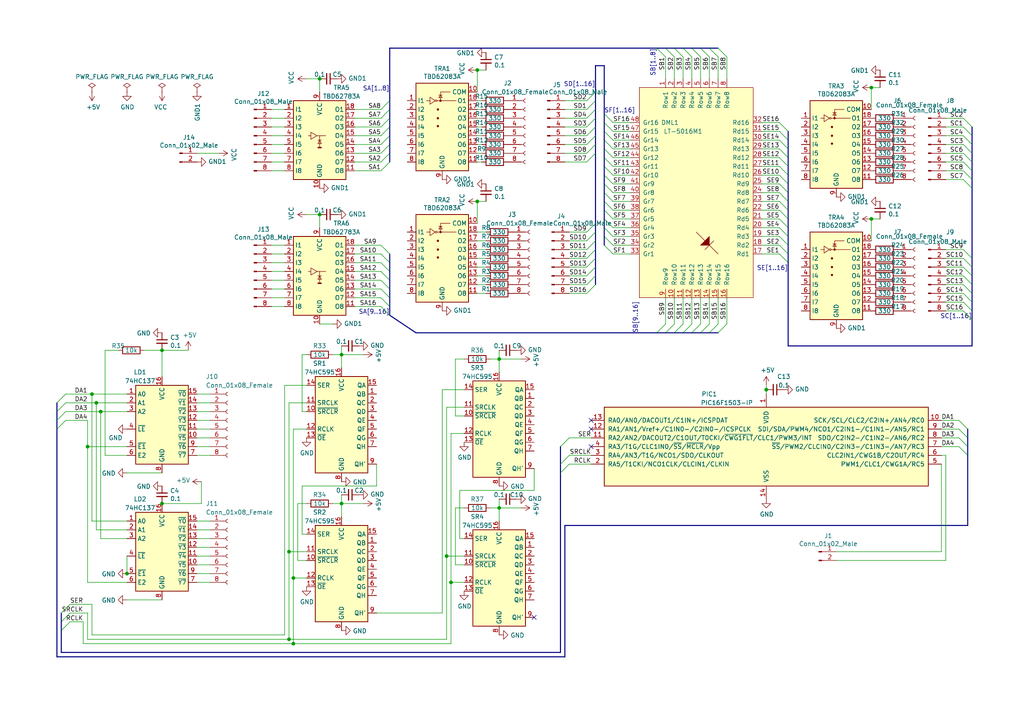
<source format=kicad_sch>
(kicad_sch (version 20211123) (generator eeschema)
  (paper "A4")
  (lib_symbols
    (symbol "16x16led-rescue:LT-5016M1-My_Device" (pin_names (offset 1.016))
      (property "Reference" "DML" (at 16.51 -15.24 0))
      (property "Value" "LT-5016M1-My_Device" (at 19.05 -17.78 0))
      (symbol "LT-5016M1-My_Device_1_1"
        (pin passive line (at 10.16 0 270) (length 2.54) (name "Row1") (number "1"))
        (pin passive line (at 12.7 -63.5 90) (length 2.54) (name "Row10") (number "10"))
        (pin passive line (at 15.24 -63.5 90) (length 2.54) (name "Row11") (number "11"))
        (pin passive line (at 17.78 -63.5 90) (length 2.54) (name "Row12") (number "12"))
        (pin passive line (at 20.32 -63.5 90) (length 2.54) (name "Row13") (number "13"))
        (pin passive line (at 22.86 -63.5 90) (length 2.54) (name "Row14") (number "14"))
        (pin passive line (at 25.4 -63.5 90) (length 2.54) (name "Row15") (number "15"))
        (pin passive line (at 27.94 -63.5 90) (length 2.54) (name "Row16") (number "16"))
        (pin passive line (at 38.1 -50.8 180) (length 2.54) (name "Rd1") (number "17"))
        (pin passive line (at 38.1 -48.26 180) (length 2.54) (name "Rd2") (number "18"))
        (pin passive line (at 38.1 -45.72 180) (length 2.54) (name "Rd3") (number "19"))
        (pin passive line (at 12.7 0 270) (length 2.54) (name "Row2") (number "2"))
        (pin passive line (at 38.1 -43.18 180) (length 2.54) (name "Rd4") (number "20"))
        (pin passive line (at 38.1 -40.64 180) (length 2.54) (name "Rd5") (number "21"))
        (pin passive line (at 38.1 -38.1 180) (length 2.54) (name "Rd6") (number "22"))
        (pin passive line (at 38.1 -35.56 180) (length 2.54) (name "Rd7") (number "23"))
        (pin passive line (at 38.1 -33.02 180) (length 2.54) (name "Rd8") (number "24"))
        (pin passive line (at 38.1 -30.48 180) (length 2.54) (name "Rd9") (number "25"))
        (pin passive line (at 38.1 -27.94 180) (length 2.54) (name "Rd10") (number "26"))
        (pin passive line (at 38.1 -25.4 180) (length 2.54) (name "Rd11") (number "27"))
        (pin passive line (at 38.1 -22.86 180) (length 2.54) (name "Rd12") (number "28"))
        (pin passive line (at 38.1 -20.32 180) (length 2.54) (name "Rd13") (number "29"))
        (pin passive line (at 15.24 0 270) (length 2.54) (name "Row3") (number "3"))
        (pin passive line (at 38.1 -17.78 180) (length 2.54) (name "Rd14") (number "30"))
        (pin passive line (at 38.1 -15.24 180) (length 2.54) (name "Rd15") (number "31"))
        (pin passive line (at 38.1 -12.7 180) (length 2.54) (name "Rd16") (number "32"))
        (pin passive line (at 0 -50.8 0) (length 2.54) (name "Gr1") (number "33"))
        (pin passive line (at 0 -48.26 0) (length 2.54) (name "Gr2") (number "34"))
        (pin passive line (at 0 -45.72 0) (length 2.54) (name "Gr3") (number "35"))
        (pin passive line (at 0 -43.18 0) (length 2.54) (name "Gr4") (number "36"))
        (pin passive line (at 0 -40.64 0) (length 2.54) (name "Gr5") (number "37"))
        (pin passive line (at 0 -38.1 0) (length 2.54) (name "Gr6") (number "38"))
        (pin passive line (at 0 -35.56 0) (length 2.54) (name "Gr7") (number "39"))
        (pin passive line (at 17.78 0 270) (length 2.54) (name "Row4") (number "4"))
        (pin passive line (at 0 -33.02 0) (length 2.54) (name "Gr8") (number "40"))
        (pin passive line (at 0 -30.48 0) (length 2.54) (name "Gr9") (number "41"))
        (pin passive line (at 0 -27.94 0) (length 2.54) (name "Gr10") (number "42"))
        (pin passive line (at 0 -25.4 0) (length 2.54) (name "Gr11") (number "43"))
        (pin passive line (at 0 -22.86 0) (length 2.54) (name "Gr12") (number "44"))
        (pin passive line (at 0 -20.32 0) (length 2.54) (name "Gr13") (number "45"))
        (pin passive line (at 0 -17.78 0) (length 2.54) (name "Gr14") (number "46"))
        (pin passive line (at 0 -15.24 0) (length 2.54) (name "Gr15") (number "47"))
        (pin passive line (at 0 -12.7 0) (length 2.54) (name "Gr16") (number "48"))
        (pin passive line (at 20.32 0 270) (length 2.54) (name "Row5") (number "5"))
        (pin passive line (at 22.86 0 270) (length 2.54) (name "Row6") (number "6"))
        (pin passive line (at 25.4 0 270) (length 2.54) (name "Row7") (number "7"))
        (pin passive line (at 27.94 0 270) (length 2.54) (name "Row8") (number "8"))
        (pin passive line (at 10.16 -63.5 90) (length 2.54) (name "Row9") (number "9"))
      )
    )
    (symbol "74xx:74HC137"
      (property "Reference" "U" (at -7.62 13.97 0))
      (property "Value" "74HC137" (at 2.54 -11.43 0))
      (symbol "74HC137_1_1"
        (pin input line (at -10.16 10.16 0) (length 2.54) (name "A0") (number "1"))
        (pin output line (at 10.16 -2.54 180) (length 2.54) (name "~{Y5}") (number "10"))
        (pin output line (at 10.16 0 180) (length 2.54) (name "~{Y4}") (number "11"))
        (pin output line (at 10.16 2.54 180) (length 2.54) (name "~{Y3}") (number "12"))
        (pin output line (at 10.16 5.08 180) (length 2.54) (name "~{Y2}") (number "13"))
        (pin output line (at 10.16 7.62 180) (length 2.54) (name "~{Y1}") (number "14"))
        (pin output line (at 10.16 10.16 180) (length 2.54) (name "~{Y0}") (number "15"))
        (pin power_in line (at 0 15.24 270) (length 2.54) (name "VCC") (number "16"))
        (pin input line (at -10.16 7.62 0) (length 2.54) (name "A1") (number "2"))
        (pin input line (at -10.16 5.08 0) (length 2.54) (name "A2") (number "3"))
        (pin input line (at -10.16 0 0) (length 2.54) (name "~{LE}") (number "4"))
        (pin input line (at -10.16 -5.08 0) (length 2.54) (name "~{E1}") (number "5"))
        (pin input line (at -10.16 -7.62 0) (length 2.54) (name "E2") (number "6"))
        (pin output line (at 10.16 -7.62 180) (length 2.54) (name "~{Y7}") (number "7"))
        (pin power_in line (at 0 -12.7 90) (length 2.54) (name "GND") (number "8"))
        (pin output line (at 10.16 -5.08 180) (length 2.54) (name "~{Y6}") (number "9"))
      )
    )
    (symbol "74xx:74HC595"
      (property "Reference" "U" (at -7.62 13.97 0))
      (property "Value" "74HC595" (at -7.62 -16.51 0))
      (symbol "74HC595_1_0"
        (pin tri_state line (at 10.16 7.62 180) (length 2.54) (name "QB") (number "1"))
        (pin input line (at -10.16 2.54 0) (length 2.54) (name "~{SRCLR}") (number "10"))
        (pin input line (at -10.16 5.08 0) (length 2.54) (name "SRCLK") (number "11"))
        (pin input line (at -10.16 -2.54 0) (length 2.54) (name "RCLK") (number "12"))
        (pin input line (at -10.16 -5.08 0) (length 2.54) (name "~{OE}") (number "13"))
        (pin input line (at -10.16 10.16 0) (length 2.54) (name "SER") (number "14"))
        (pin tri_state line (at 10.16 10.16 180) (length 2.54) (name "QA") (number "15"))
        (pin power_in line (at 0 15.24 270) (length 2.54) (name "VCC") (number "16"))
        (pin tri_state line (at 10.16 5.08 180) (length 2.54) (name "QC") (number "2"))
        (pin tri_state line (at 10.16 2.54 180) (length 2.54) (name "QD") (number "3"))
        (pin tri_state line (at 10.16 0 180) (length 2.54) (name "QE") (number "4"))
        (pin tri_state line (at 10.16 -2.54 180) (length 2.54) (name "QF") (number "5"))
        (pin tri_state line (at 10.16 -5.08 180) (length 2.54) (name "QG") (number "6"))
        (pin tri_state line (at 10.16 -7.62 180) (length 2.54) (name "QH") (number "7"))
        (pin power_in line (at 0 -17.78 90) (length 2.54) (name "GND") (number "8"))
        (pin output line (at 10.16 -12.7 180) (length 2.54) (name "QH'") (number "9"))
      )
    )
    (symbol "Connector:Conn_01x02_Male" (pin_names (offset 1.016) hide)
      (property "Reference" "J" (at 0 2.54 0))
      (property "Value" "Conn_01x02_Male" (at 0 -5.08 0))
      (symbol "Conn_01x02_Male_1_1"
        (pin passive line (at 5.08 0 180) (length 3.81) (name "Pin_1") (number "1"))
        (pin passive line (at 5.08 -2.54 180) (length 3.81) (name "Pin_2") (number "2"))
      )
    )
    (symbol "Connector:Conn_01x08_Female" (pin_names (offset 1.016) hide)
      (property "Reference" "J" (at 0 10.16 0))
      (property "Value" "Conn_01x08_Female" (at 0 -12.7 0))
      (symbol "Conn_01x08_Female_1_1"
        (pin passive line (at -5.08 7.62 0) (length 3.81) (name "Pin_1") (number "1"))
        (pin passive line (at -5.08 5.08 0) (length 3.81) (name "Pin_2") (number "2"))
        (pin passive line (at -5.08 2.54 0) (length 3.81) (name "Pin_3") (number "3"))
        (pin passive line (at -5.08 0 0) (length 3.81) (name "Pin_4") (number "4"))
        (pin passive line (at -5.08 -2.54 0) (length 3.81) (name "Pin_5") (number "5"))
        (pin passive line (at -5.08 -5.08 0) (length 3.81) (name "Pin_6") (number "6"))
        (pin passive line (at -5.08 -7.62 0) (length 3.81) (name "Pin_7") (number "7"))
        (pin passive line (at -5.08 -10.16 0) (length 3.81) (name "Pin_8") (number "8"))
      )
    )
    (symbol "Connector:Conn_01x08_Male" (pin_names (offset 1.016) hide)
      (property "Reference" "J" (at 0 10.16 0))
      (property "Value" "Conn_01x08_Male" (at 0 -12.7 0))
      (symbol "Conn_01x08_Male_1_1"
        (pin passive line (at 5.08 7.62 180) (length 3.81) (name "Pin_1") (number "1"))
        (pin passive line (at 5.08 5.08 180) (length 3.81) (name "Pin_2") (number "2"))
        (pin passive line (at 5.08 2.54 180) (length 3.81) (name "Pin_3") (number "3"))
        (pin passive line (at 5.08 0 180) (length 3.81) (name "Pin_4") (number "4"))
        (pin passive line (at 5.08 -2.54 180) (length 3.81) (name "Pin_5") (number "5"))
        (pin passive line (at 5.08 -5.08 180) (length 3.81) (name "Pin_6") (number "6"))
        (pin passive line (at 5.08 -7.62 180) (length 3.81) (name "Pin_7") (number "7"))
        (pin passive line (at 5.08 -10.16 180) (length 3.81) (name "Pin_8") (number "8"))
      )
    )
    (symbol "Device:C_Small" (pin_numbers hide) (pin_names (offset 0.254) hide)
      (property "Reference" "C" (at 0.254 1.778 0))
      (property "Value" "C_Small" (at 0.254 -2.032 0))
      (symbol "C_Small_1_1"
        (pin passive line (at 0 2.54 270) (length 2.032) (name "~") (number "1"))
        (pin passive line (at 0 -2.54 90) (length 2.032) (name "~") (number "2"))
      )
    )
    (symbol "Device:R" (pin_numbers hide) (pin_names (offset 0))
      (property "Reference" "R" (at 2.032 0 90))
      (property "Value" "R" (at 0 0 90))
      (symbol "R_1_1"
        (pin passive line (at 0 3.81 270) (length 1.27) (name "~") (number "1"))
        (pin passive line (at 0 -3.81 90) (length 1.27) (name "~") (number "2"))
      )
    )
    (symbol "MCU_Microchip_PIC16:PIC16F1503-IP" (pin_names (offset 1.016))
      (property "Reference" "U" (at -46.99 15.24 0))
      (property "Value" "PIC16F1503-IP" (at -46.99 12.7 0))
      (symbol "PIC16F1503-IP_1_1"
        (pin power_in line (at 0 15.24 270) (length 3.81) (name "VDD") (number "1"))
        (pin bidirectional line (at 50.8 7.62 180) (length 3.81) (name "SCK/SCL/CLC2/C2IN+/AN4/RC0") (number "10"))
        (pin bidirectional line (at -50.8 2.54 0) (length 3.81) (name "RA2/AN2/DACOUT2/C1OUT/T0CKI/~{CWG1FLT}/CLC1/PWM3/INT") (number "11"))
        (pin bidirectional line (at -50.8 5.08 0) (length 3.81) (name "RA1/AN1/Vref+/C1IN0-/C2IN0-/ICSPCLK") (number "12"))
        (pin bidirectional line (at -50.8 7.62 0) (length 3.81) (name "RA0/AN0/DACOUT1/C1IN+/ICSPDAT") (number "13"))
        (pin power_in line (at 0 -15.24 90) (length 3.81) (name "VSS") (number "14"))
        (pin bidirectional line (at -50.8 -5.08 0) (length 3.81) (name "RA5/T1CKI/NCO1CLK/CLCIN1/CLKIN") (number "2"))
        (pin bidirectional line (at -50.8 -2.54 0) (length 3.81) (name "RA4/AN3/T1G/NCO1/SDO/CLKOUT") (number "3"))
        (pin input line (at -50.8 0 0) (length 3.81) (name "RA3/T1G/CLC1IN0/~{SS}/~{MCLR}/Vpp") (number "4"))
        (pin bidirectional line (at 50.8 -5.08 180) (length 3.81) (name "PWM1/CLC1/CWG1A/RC5") (number "5"))
        (pin bidirectional line (at 50.8 -2.54 180) (length 3.81) (name "CLC2IN1/CWG1B/C2OUT/RC4") (number "6"))
        (pin bidirectional line (at 50.8 0 180) (length 3.81) (name "~{SS}/PWM2/CLCIN0/C2IN3-/C1IN3-/AN7/RC3") (number "7"))
        (pin bidirectional line (at 50.8 2.54 180) (length 3.81) (name "SDO/C2IN2-/C1IN2-/AN6/RC2") (number "8"))
        (pin bidirectional line (at 50.8 5.08 180) (length 3.81) (name "SDI/SDA/PWM4/NCO1/C2IN1-/C1IN1-/AN5/RC1") (number "9"))
      )
    )
    (symbol "Transistor_Array:TBD62783A"
      (property "Reference" "U" (at -7.62 11.43 0))
      (property "Value" "TBD62783A" (at 1.27 11.43 0))
      (symbol "TBD62783A_1_1"
        (pin input line (at -10.16 7.62 0) (length 2.54) (name "I1") (number "1"))
        (pin power_in line (at 0 -15.24 90) (length 2.54) (name "GND") (number "10"))
        (pin open_emitter line (at 10.16 -10.16 180) (length 2.54) (name "O8") (number "11"))
        (pin open_emitter line (at 10.16 -7.62 180) (length 2.54) (name "O7") (number "12"))
        (pin open_emitter line (at 10.16 -5.08 180) (length 2.54) (name "O6") (number "13"))
        (pin open_emitter line (at 10.16 -2.54 180) (length 2.54) (name "O5") (number "14"))
        (pin open_emitter line (at 10.16 0 180) (length 2.54) (name "O4") (number "15"))
        (pin open_emitter line (at 10.16 2.54 180) (length 2.54) (name "O3") (number "16"))
        (pin open_emitter line (at 10.16 5.08 180) (length 2.54) (name "O2") (number "17"))
        (pin open_emitter line (at 10.16 7.62 180) (length 2.54) (name "O1") (number "18"))
        (pin input line (at -10.16 5.08 0) (length 2.54) (name "I2") (number "2"))
        (pin input line (at -10.16 2.54 0) (length 2.54) (name "I3") (number "3"))
        (pin input line (at -10.16 0 0) (length 2.54) (name "I4") (number "4"))
        (pin input line (at -10.16 -2.54 0) (length 2.54) (name "I5") (number "5"))
        (pin input line (at -10.16 -5.08 0) (length 2.54) (name "I6") (number "6"))
        (pin input line (at -10.16 -7.62 0) (length 2.54) (name "I7") (number "7"))
        (pin input line (at -10.16 -10.16 0) (length 2.54) (name "I8") (number "8"))
        (pin power_in line (at 0 12.7 270) (length 2.54) (name "VCC") (number "9"))
      )
    )
    (symbol "Transistor_Array:ULN2803A"
      (property "Reference" "U" (at 0 13.335 0))
      (property "Value" "ULN2803A" (at 0 11.43 0))
      (symbol "ULN2803A_1_1"
        (pin input line (at -10.16 5.08 0) (length 2.54) (name "I1") (number "1"))
        (pin passive line (at 10.16 7.62 180) (length 2.54) (name "COM") (number "10"))
        (pin open_collector line (at 10.16 -12.7 180) (length 2.54) (name "O8") (number "11"))
        (pin open_collector line (at 10.16 -10.16 180) (length 2.54) (name "O7") (number "12"))
        (pin open_collector line (at 10.16 -7.62 180) (length 2.54) (name "O6") (number "13"))
        (pin open_collector line (at 10.16 -5.08 180) (length 2.54) (name "O5") (number "14"))
        (pin open_collector line (at 10.16 -2.54 180) (length 2.54) (name "O4") (number "15"))
        (pin open_collector line (at 10.16 0 180) (length 2.54) (name "O3") (number "16"))
        (pin open_collector line (at 10.16 2.54 180) (length 2.54) (name "O2") (number "17"))
        (pin open_collector line (at 10.16 5.08 180) (length 2.54) (name "O1") (number "18"))
        (pin input line (at -10.16 2.54 0) (length 2.54) (name "I2") (number "2"))
        (pin input line (at -10.16 0 0) (length 2.54) (name "I3") (number "3"))
        (pin input line (at -10.16 -2.54 0) (length 2.54) (name "I4") (number "4"))
        (pin input line (at -10.16 -5.08 0) (length 2.54) (name "I5") (number "5"))
        (pin input line (at -10.16 -7.62 0) (length 2.54) (name "I6") (number "6"))
        (pin input line (at -10.16 -10.16 0) (length 2.54) (name "I7") (number "7"))
        (pin input line (at -10.16 -12.7 0) (length 2.54) (name "I8") (number "8"))
        (pin power_in line (at 0 -17.78 90) (length 2.54) (name "GND") (number "9"))
      )
    )
    (symbol "power:+5V" (power) (pin_names (offset 0))
      (property "Value" "+5V" (at 0 3.556 0))
      (symbol "+5V_1_1"
        (pin power_in line (at 0 0 90) (length 0) hide (name "+5V") (number "1"))
      )
    )
    (symbol "power:GND" (power) (pin_names (offset 0))
      (property "Value" "GND" (at 0 -3.81 0))
      (symbol "GND_1_1"
        (pin power_in line (at 0 0 270) (length 0) hide (name "GND") (number "1"))
      )
    )
    (symbol "power:GND1" (power) (pin_names (offset 0))
      (property "Value" "GND1" (at 0 -3.81 0))
      (symbol "GND1_1_1"
        (pin power_in line (at 0 0 270) (length 0) hide (name "GND1") (number "1"))
      )
    )
    (symbol "power:PWR_FLAG" (power) (pin_numbers hide) (pin_names (offset 0) hide)
      (property "Value" "PWR_FLAG" (at 0 3.81 0))
      (symbol "PWR_FLAG_0_0"
        (pin power_out line (at 0 0 90) (length 0) (name "pwr") (number "1"))
      )
    )
    (symbol "power:VCC" (power) (pin_names (offset 0))
      (property "Value" "VCC" (at 0 3.81 0))
      (symbol "VCC_1_1"
        (pin power_in line (at 0 0 90) (length 0) hide (name "VCC") (number "1"))
      )
    )
  )
  (junction (at 129.54 161.29))
  (junction (at 252.73 63.5))
  (junction (at 29.21 119.38))
  (junction (at 36.83 166.37))
  (junction (at 144.78 104.14))
  (junction (at 138.43 20.32))
  (junction (at 83.82 160.02))
  (junction (at 252.73 25.4))
  (junction (at 99.06 102.87))
  (junction (at 138.43 58.42))
  (junction (at 85.09 167.64))
  (junction (at 92.71 22.86))
  (junction (at 26.67 114.3))
  (junction (at 46.99 101.6))
  (junction (at 92.71 62.23))
  (junction (at 25.4 129.54))
  (junction (at 83.82 185.42))
  (junction (at 27.94 116.84))
  (junction (at 99.06 146.05))
  (junction (at 222.25 113.03))
  (junction (at 85.09 186.69))
  (junction (at 46.99 146.05))
  (junction (at 144.78 147.32))
  (junction (at 130.81 168.91))
  (no_connect (at 171.45 124.46))
  (no_connect (at 171.45 121.92))
  (no_connect (at 171.45 129.54))
  (no_connect (at 154.94 179.07))
  (bus_entry (at 198.12 96.52) (size 2.54 -2.54))
  (bus_entry (at 110.49 39.37) (size 2.54 -2.54))
  (bus_entry (at 16.51 119.38) (size 2.54 -2.54))
  (bus_entry (at 203.2 13.97) (size 2.54 2.54))
  (bus_entry (at 200.66 13.97) (size 2.54 2.54))
  (bus_entry (at 193.04 96.52) (size 2.54 -2.54))
  (bus_entry (at 279.4 80.01) (size 2.54 2.54))
  (bus_entry (at 170.18 31.75) (size 2.54 -2.54))
  (bus_entry (at 110.49 83.82) (size 2.54 2.54))
  (bus_entry (at 279.4 77.47) (size 2.54 2.54))
  (bus_entry (at 279.4 41.91) (size 2.54 2.54))
  (bus_entry (at 175.26 66.04) (size 2.54 2.54))
  (bus_entry (at 170.18 72.39) (size 2.54 -2.54))
  (bus_entry (at 278.13 124.46) (size 2.54 2.54))
  (bus_entry (at 279.4 87.63) (size 2.54 2.54))
  (bus_entry (at 110.49 88.9) (size 2.54 2.54))
  (bus_entry (at 170.18 46.99) (size 2.54 -2.54))
  (bus_entry (at 190.5 13.97) (size 2.54 2.54))
  (bus_entry (at 110.49 76.2) (size 2.54 2.54))
  (bus_entry (at 170.18 44.45) (size 2.54 -2.54))
  (bus_entry (at 278.13 129.54) (size 2.54 2.54))
  (bus_entry (at 170.18 80.01) (size 2.54 -2.54))
  (bus_entry (at 200.66 96.52) (size 2.54 -2.54))
  (bus_entry (at 226.06 58.42) (size 2.54 2.54))
  (bus_entry (at 175.26 55.88) (size 2.54 2.54))
  (bus_entry (at 170.18 41.91) (size 2.54 -2.54))
  (bus_entry (at 110.49 44.45) (size 2.54 -2.54))
  (bus_entry (at 226.06 38.1) (size 2.54 2.54))
  (bus_entry (at 170.18 39.37) (size 2.54 -2.54))
  (bus_entry (at 175.26 40.64) (size 2.54 2.54))
  (bus_entry (at 226.06 43.18) (size 2.54 2.54))
  (bus_entry (at 110.49 36.83) (size 2.54 -2.54))
  (bus_entry (at 279.4 39.37) (size 2.54 2.54))
  (bus_entry (at 279.4 49.53) (size 2.54 2.54))
  (bus_entry (at 193.04 13.97) (size 2.54 2.54))
  (bus_entry (at 279.4 85.09) (size 2.54 2.54))
  (bus_entry (at 226.06 48.26) (size 2.54 2.54))
  (bus_entry (at 16.51 116.84) (size 2.54 -2.54))
  (bus_entry (at 170.18 74.93) (size 2.54 -2.54))
  (bus_entry (at 175.26 43.18) (size 2.54 2.54))
  (bus_entry (at 175.26 60.96) (size 2.54 2.54))
  (bus_entry (at 195.58 96.52) (size 2.54 -2.54))
  (bus_entry (at 226.06 73.66) (size 2.54 2.54))
  (bus_entry (at 198.12 13.97) (size 2.54 2.54))
  (bus_entry (at 190.5 96.52) (size 2.54 -2.54))
  (bus_entry (at 175.26 63.5) (size 2.54 2.54))
  (bus_entry (at 279.4 44.45) (size 2.54 2.54))
  (bus_entry (at 170.18 67.31) (size 2.54 -2.54))
  (bus_entry (at 17.78 177.8) (size 2.54 -2.54))
  (bus_entry (at 16.51 121.92) (size 2.54 -2.54))
  (bus_entry (at 110.49 78.74) (size 2.54 2.54))
  (bus_entry (at 170.18 82.55) (size 2.54 -2.54))
  (bus_entry (at 170.18 36.83) (size 2.54 -2.54))
  (bus_entry (at 226.06 40.64) (size 2.54 2.54))
  (bus_entry (at 175.26 33.02) (size 2.54 2.54))
  (bus_entry (at 279.4 46.99) (size 2.54 2.54))
  (bus_entry (at 110.49 34.29) (size 2.54 -2.54))
  (bus_entry (at 226.06 45.72) (size 2.54 2.54))
  (bus_entry (at 195.58 13.97) (size 2.54 2.54))
  (bus_entry (at 17.78 180.34) (size 2.54 -2.54))
  (bus_entry (at 226.06 55.88) (size 2.54 2.54))
  (bus_entry (at 226.06 35.56) (size 2.54 2.54))
  (bus_entry (at 175.26 58.42) (size 2.54 2.54))
  (bus_entry (at 110.49 31.75) (size 2.54 -2.54))
  (bus_entry (at 110.49 86.36) (size 2.54 2.54))
  (bus_entry (at 110.49 71.12) (size 2.54 2.54))
  (bus_entry (at 170.18 77.47) (size 2.54 -2.54))
  (bus_entry (at 226.06 60.96) (size 2.54 2.54))
  (bus_entry (at 110.49 41.91) (size 2.54 -2.54))
  (bus_entry (at 226.06 71.12) (size 2.54 2.54))
  (bus_entry (at 278.13 121.92) (size 2.54 2.54))
  (bus_entry (at 170.18 69.85) (size 2.54 -2.54))
  (bus_entry (at 162.56 129.54) (size 2.54 -2.54))
  (bus_entry (at 170.18 85.09) (size 2.54 -2.54))
  (bus_entry (at 110.49 73.66) (size 2.54 2.54))
  (bus_entry (at 279.4 74.93) (size 2.54 2.54))
  (bus_entry (at 175.26 71.12) (size 2.54 2.54))
  (bus_entry (at 226.06 66.04) (size 2.54 2.54))
  (bus_entry (at 278.13 127) (size 2.54 2.54))
  (bus_entry (at 110.49 49.53) (size 2.54 -2.54))
  (bus_entry (at 279.4 36.83) (size 2.54 2.54))
  (bus_entry (at 279.4 52.07) (size 2.54 2.54))
  (bus_entry (at 175.26 68.58) (size 2.54 2.54))
  (bus_entry (at 170.18 34.29) (size 2.54 -2.54))
  (bus_entry (at 175.26 53.34) (size 2.54 2.54))
  (bus_entry (at 279.4 82.55) (size 2.54 2.54))
  (bus_entry (at 279.4 34.29) (size 2.54 2.54))
  (bus_entry (at 175.26 45.72) (size 2.54 2.54))
  (bus_entry (at 205.74 13.97) (size 2.54 2.54))
  (bus_entry (at 110.49 81.28) (size 2.54 2.54))
  (bus_entry (at 162.56 137.16) (size 2.54 -2.54))
  (bus_entry (at 17.78 182.88) (size 2.54 -2.54))
  (bus_entry (at 226.06 53.34) (size 2.54 2.54))
  (bus_entry (at 208.28 96.52) (size 2.54 -2.54))
  (bus_entry (at 16.51 124.46) (size 2.54 -2.54))
  (bus_entry (at 205.74 96.52) (size 2.54 -2.54))
  (bus_entry (at 203.2 96.52) (size 2.54 -2.54))
  (bus_entry (at 279.4 72.39) (size 2.54 2.54))
  (bus_entry (at 175.26 50.8) (size 2.54 2.54))
  (bus_entry (at 110.49 46.99) (size 2.54 -2.54))
  (bus_entry (at 175.26 48.26) (size 2.54 2.54))
  (bus_entry (at 170.18 29.21) (size 2.54 -2.54))
  (bus_entry (at 226.06 68.58) (size 2.54 2.54))
  (bus_entry (at 162.56 134.62) (size 2.54 -2.54))
  (bus_entry (at 226.06 63.5) (size 2.54 2.54))
  (bus_entry (at 208.28 13.97) (size 2.54 2.54))
  (bus_entry (at 175.26 38.1) (size 2.54 2.54))
  (bus_entry (at 279.4 90.17) (size 2.54 2.54))
  (bus_entry (at 226.06 50.8) (size 2.54 2.54))
  (bus_entry (at 175.26 35.56) (size 2.54 2.54))
  (wire (pts (xy 130.81 168.91) (xy 130.81 125.73)))
  (wire (pts (xy 132.08 104.14) (xy 132.08 120.65)))
  (wire (pts (xy 46.99 146.05) (xy 58.42 146.05)))
  (wire (pts (xy 36.83 173.99) (xy 46.99 173.99)))
  (bus (pts (xy 113.03 86.36) (xy 113.03 88.9)))
  (wire (pts (xy 129.54 161.29) (xy 134.62 161.29)))
  (wire (pts (xy 46.99 101.6) (xy 46.99 109.22)))
  (wire (pts (xy 36.83 132.08) (xy 30.48 132.08)))
  (wire (pts (xy 88.9 154.94) (xy 87.63 154.94)))
  (wire (pts (xy 26.67 114.3) (xy 26.67 151.13)))
  (wire (pts (xy 273.05 134.62) (xy 273.05 160.02)))
  (wire (pts (xy 226.06 71.12) (xy 220.98 71.12)))
  (wire (pts (xy 226.06 40.64) (xy 220.98 40.64)))
  (bus (pts (xy 172.72 44.45) (xy 172.72 64.77)))
  (wire (pts (xy 34.29 101.6) (xy 30.48 101.6)))
  (wire (pts (xy 144.78 104.14) (xy 144.78 107.95)))
  (wire (pts (xy 99.06 102.87) (xy 105.41 102.87)))
  (wire (pts (xy 274.32 132.08) (xy 274.32 162.56)))
  (wire (pts (xy 274.32 34.29) (xy 279.4 34.29)))
  (wire (pts (xy 102.87 71.12) (xy 110.49 71.12)))
  (wire (pts (xy 110.49 39.37) (xy 102.87 39.37)))
  (wire (pts (xy 278.13 124.46) (xy 273.05 124.46)))
  (wire (pts (xy 138.43 44.45) (xy 139.7 44.45)))
  (bus (pts (xy 280.67 132.08) (xy 280.67 152.4)))
  (wire (pts (xy 226.06 35.56) (xy 220.98 35.56)))
  (wire (pts (xy 26.67 114.3) (xy 36.83 114.3)))
  (wire (pts (xy 29.21 156.21) (xy 36.83 156.21)))
  (bus (pts (xy 175.26 55.88) (xy 175.26 58.42)))
  (bus (pts (xy 175.26 33.02) (xy 175.26 35.56)))
  (wire (pts (xy 200.66 16.51) (xy 200.66 22.86)))
  (wire (pts (xy 222.25 111.76) (xy 222.25 113.03)))
  (wire (pts (xy 63.5 44.45) (xy 57.15 44.45)))
  (wire (pts (xy 82.55 111.76) (xy 88.9 111.76)))
  (wire (pts (xy 57.15 168.91) (xy 60.96 168.91)))
  (wire (pts (xy 102.87 83.82) (xy 110.49 83.82)))
  (wire (pts (xy 110.49 44.45) (xy 102.87 44.45)))
  (wire (pts (xy 200.66 86.36) (xy 200.66 93.98)))
  (wire (pts (xy 20.32 175.26) (xy 26.67 175.26)))
  (wire (pts (xy 57.15 127) (xy 60.96 127)))
  (wire (pts (xy 19.05 116.84) (xy 27.94 116.84)))
  (wire (pts (xy 54.61 101.6) (xy 46.99 101.6)))
  (wire (pts (xy 99.06 100.33) (xy 99.06 102.87)))
  (wire (pts (xy 78.74 73.66) (xy 82.55 73.66)))
  (wire (pts (xy 177.8 58.42) (xy 182.88 58.42)))
  (wire (pts (xy 110.49 41.91) (xy 102.87 41.91)))
  (wire (pts (xy 134.62 104.14) (xy 132.08 104.14)))
  (wire (pts (xy 57.15 129.54) (xy 60.96 129.54)))
  (bus (pts (xy 228.6 40.64) (xy 228.6 43.18)))
  (wire (pts (xy 165.1 82.55) (xy 170.18 82.55)))
  (wire (pts (xy 86.36 162.56) (xy 88.9 162.56)))
  (bus (pts (xy 281.94 80.01) (xy 281.94 82.55)))
  (wire (pts (xy 99.06 143.51) (xy 99.06 146.05)))
  (bus (pts (xy 113.03 39.37) (xy 113.03 41.91)))
  (wire (pts (xy 27.94 116.84) (xy 27.94 153.67)))
  (wire (pts (xy 102.87 81.28) (xy 110.49 81.28)))
  (bus (pts (xy 281.94 92.71) (xy 281.94 100.33)))
  (wire (pts (xy 226.06 58.42) (xy 220.98 58.42)))
  (bus (pts (xy 200.66 13.97) (xy 203.2 13.97)))
  (bus (pts (xy 113.03 76.2) (xy 113.03 78.74)))
  (wire (pts (xy 154.94 135.89) (xy 154.94 142.24)))
  (wire (pts (xy 171.45 132.08) (xy 165.1 132.08)))
  (wire (pts (xy 208.28 86.36) (xy 208.28 93.98)))
  (wire (pts (xy 193.04 86.36) (xy 193.04 93.98)))
  (bus (pts (xy 172.72 67.31) (xy 172.72 69.85)))
  (wire (pts (xy 102.87 73.66) (xy 110.49 73.66)))
  (wire (pts (xy 177.8 40.64) (xy 182.88 40.64)))
  (bus (pts (xy 16.51 116.84) (xy 16.51 119.38)))
  (wire (pts (xy 110.49 49.53) (xy 102.87 49.53)))
  (wire (pts (xy 130.81 168.91) (xy 134.62 168.91)))
  (bus (pts (xy 113.03 83.82) (xy 113.03 86.36)))
  (wire (pts (xy 171.45 134.62) (xy 165.1 134.62)))
  (wire (pts (xy 252.73 25.4) (xy 252.73 31.75)))
  (wire (pts (xy 138.43 41.91) (xy 139.7 41.91)))
  (wire (pts (xy 86.36 146.05) (xy 86.36 162.56)))
  (wire (pts (xy 57.15 161.29) (xy 60.96 161.29)))
  (wire (pts (xy 57.15 158.75) (xy 60.96 158.75)))
  (wire (pts (xy 274.32 77.47) (xy 279.4 77.47)))
  (wire (pts (xy 222.25 113.03) (xy 222.25 114.3)))
  (wire (pts (xy 273.05 132.08) (xy 274.32 132.08)))
  (bus (pts (xy 281.94 44.45) (xy 281.94 46.99)))
  (wire (pts (xy 133.35 142.24) (xy 154.94 142.24)))
  (wire (pts (xy 78.74 39.37) (xy 82.55 39.37)))
  (bus (pts (xy 281.94 87.63) (xy 281.94 90.17)))
  (bus (pts (xy 200.66 96.52) (xy 203.2 96.52)))
  (wire (pts (xy 19.05 119.38) (xy 29.21 119.38)))
  (bus (pts (xy 281.94 46.99) (xy 281.94 49.53)))
  (wire (pts (xy 274.32 41.91) (xy 279.4 41.91)))
  (wire (pts (xy 274.32 87.63) (xy 279.4 87.63)))
  (wire (pts (xy 57.15 114.3) (xy 60.96 114.3)))
  (bus (pts (xy 281.94 90.17) (xy 281.94 92.71)))
  (wire (pts (xy 88.9 119.38) (xy 87.63 119.38)))
  (wire (pts (xy 138.43 67.31) (xy 140.97 67.31)))
  (wire (pts (xy 163.83 29.21) (xy 170.18 29.21)))
  (bus (pts (xy 172.72 19.05) (xy 172.72 26.67)))
  (wire (pts (xy 132.08 147.32) (xy 132.08 163.83)))
  (wire (pts (xy 193.04 16.51) (xy 193.04 22.86)))
  (wire (pts (xy 138.43 39.37) (xy 139.7 39.37)))
  (wire (pts (xy 274.32 85.09) (xy 279.4 85.09)))
  (wire (pts (xy 29.21 119.38) (xy 36.83 119.38)))
  (wire (pts (xy 205.74 16.51) (xy 205.74 22.86)))
  (wire (pts (xy 274.32 39.37) (xy 279.4 39.37)))
  (bus (pts (xy 113.03 73.66) (xy 113.03 76.2)))
  (bus (pts (xy 172.72 77.47) (xy 172.72 80.01)))
  (bus (pts (xy 162.56 189.23) (xy 17.78 189.23)))
  (wire (pts (xy 163.83 44.45) (xy 170.18 44.45)))
  (wire (pts (xy 134.62 113.03) (xy 128.27 113.03)))
  (wire (pts (xy 138.43 69.85) (xy 140.97 69.85)))
  (wire (pts (xy 177.8 50.8) (xy 182.88 50.8)))
  (wire (pts (xy 273.05 160.02) (xy 242.57 160.02)))
  (wire (pts (xy 78.74 81.28) (xy 82.55 81.28)))
  (wire (pts (xy 274.32 36.83) (xy 279.4 36.83)))
  (wire (pts (xy 57.15 119.38) (xy 60.96 119.38)))
  (wire (pts (xy 177.8 66.04) (xy 182.88 66.04)))
  (wire (pts (xy 165.1 74.93) (xy 170.18 74.93)))
  (wire (pts (xy 144.78 144.78) (xy 144.78 147.32)))
  (bus (pts (xy 16.51 121.92) (xy 16.51 124.46)))
  (bus (pts (xy 228.6 58.42) (xy 228.6 60.96)))
  (bus (pts (xy 281.94 41.91) (xy 281.94 44.45)))
  (wire (pts (xy 57.15 166.37) (xy 60.96 166.37)))
  (wire (pts (xy 25.4 121.92) (xy 25.4 129.54)))
  (wire (pts (xy 57.15 132.08) (xy 60.96 132.08)))
  (wire (pts (xy 99.06 146.05) (xy 99.06 149.86)))
  (bus (pts (xy 205.74 96.52) (xy 208.28 96.52)))
  (wire (pts (xy 110.49 36.83) (xy 102.87 36.83)))
  (wire (pts (xy 274.32 46.99) (xy 279.4 46.99)))
  (wire (pts (xy 85.09 186.69) (xy 130.81 186.69)))
  (wire (pts (xy 24.13 180.34) (xy 24.13 186.69)))
  (bus (pts (xy 175.26 45.72) (xy 175.26 48.26)))
  (bus (pts (xy 172.72 74.93) (xy 172.72 77.47)))
  (bus (pts (xy 280.67 124.46) (xy 280.67 127)))
  (wire (pts (xy 203.2 86.36) (xy 203.2 93.98)))
  (bus (pts (xy 205.74 13.97) (xy 208.28 13.97)))
  (wire (pts (xy 27.94 116.84) (xy 36.83 116.84)))
  (wire (pts (xy 20.32 180.34) (xy 24.13 180.34)))
  (wire (pts (xy 78.74 88.9) (xy 82.55 88.9)))
  (wire (pts (xy 109.22 134.62) (xy 109.22 140.97)))
  (wire (pts (xy 140.97 58.42) (xy 138.43 58.42)))
  (wire (pts (xy 177.8 38.1) (xy 182.88 38.1)))
  (bus (pts (xy 175.26 63.5) (xy 175.26 66.04)))
  (wire (pts (xy 78.74 31.75) (xy 82.55 31.75)))
  (wire (pts (xy 177.8 55.88) (xy 182.88 55.88)))
  (wire (pts (xy 88.9 146.05) (xy 86.36 146.05)))
  (wire (pts (xy 78.74 49.53) (xy 82.55 49.53)))
  (bus (pts (xy 228.6 76.2) (xy 228.6 100.33)))
  (wire (pts (xy 203.2 16.51) (xy 203.2 22.86)))
  (wire (pts (xy 138.43 31.75) (xy 139.7 31.75)))
  (bus (pts (xy 16.51 124.46) (xy 16.51 190.5)))
  (wire (pts (xy 88.9 124.46) (xy 85.09 124.46)))
  (wire (pts (xy 25.4 129.54) (xy 25.4 168.91)))
  (bus (pts (xy 113.03 29.21) (xy 113.03 31.75)))
  (wire (pts (xy 138.43 74.93) (xy 140.97 74.93)))
  (wire (pts (xy 87.63 140.97) (xy 109.22 140.97)))
  (bus (pts (xy 113.03 81.28) (xy 113.03 83.82)))
  (bus (pts (xy 175.26 48.26) (xy 175.26 50.8)))
  (wire (pts (xy 208.28 16.51) (xy 208.28 22.86)))
  (wire (pts (xy 210.82 86.36) (xy 210.82 93.98)))
  (bus (pts (xy 172.72 29.21) (xy 172.72 31.75)))
  (wire (pts (xy 133.35 142.24) (xy 133.35 156.21)))
  (wire (pts (xy 226.06 63.5) (xy 220.98 63.5)))
  (wire (pts (xy 278.13 129.54) (xy 273.05 129.54)))
  (bus (pts (xy 228.6 66.04) (xy 228.6 68.58)))
  (bus (pts (xy 175.26 40.64) (xy 175.26 43.18)))
  (wire (pts (xy 82.55 184.15) (xy 26.67 184.15)))
  (bus (pts (xy 198.12 13.97) (xy 200.66 13.97)))
  (wire (pts (xy 144.78 147.32) (xy 142.24 147.32)))
  (wire (pts (xy 92.71 62.23) (xy 92.71 66.04)))
  (wire (pts (xy 274.32 72.39) (xy 279.4 72.39)))
  (wire (pts (xy 85.09 167.64) (xy 85.09 186.69)))
  (bus (pts (xy 198.12 96.52) (xy 200.66 96.52)))
  (bus (pts (xy 175.26 38.1) (xy 175.26 40.64)))
  (wire (pts (xy 278.13 127) (xy 273.05 127)))
  (wire (pts (xy 138.43 72.39) (xy 140.97 72.39)))
  (wire (pts (xy 133.35 156.21) (xy 134.62 156.21)))
  (bus (pts (xy 228.6 63.5) (xy 228.6 66.04)))
  (wire (pts (xy 78.74 83.82) (xy 82.55 83.82)))
  (bus (pts (xy 175.26 68.58) (xy 175.26 71.12)))
  (wire (pts (xy 132.08 163.83) (xy 134.62 163.83)))
  (wire (pts (xy 20.32 177.8) (xy 25.4 177.8)))
  (wire (pts (xy 138.43 85.09) (xy 140.97 85.09)))
  (wire (pts (xy 87.63 102.87) (xy 88.9 102.87)))
  (bus (pts (xy 228.6 53.34) (xy 228.6 55.88)))
  (bus (pts (xy 281.94 85.09) (xy 281.94 87.63)))
  (bus (pts (xy 281.94 74.93) (xy 281.94 77.47)))
  (wire (pts (xy 83.82 160.02) (xy 88.9 160.02)))
  (wire (pts (xy 226.06 66.04) (xy 220.98 66.04)))
  (wire (pts (xy 110.49 34.29) (xy 102.87 34.29)))
  (wire (pts (xy 138.43 29.21) (xy 139.7 29.21)))
  (wire (pts (xy 274.32 52.07) (xy 279.4 52.07)))
  (wire (pts (xy 27.94 153.67) (xy 36.83 153.67)))
  (wire (pts (xy 25.4 177.8) (xy 25.4 185.42)))
  (bus (pts (xy 172.72 34.29) (xy 172.72 36.83)))
  (bus (pts (xy 281.94 49.53) (xy 281.94 52.07)))
  (wire (pts (xy 255.27 25.4) (xy 252.73 25.4)))
  (bus (pts (xy 113.03 78.74) (xy 113.03 81.28)))
  (bus (pts (xy 163.83 152.4) (xy 163.83 190.5)))
  (wire (pts (xy 144.78 147.32) (xy 144.78 151.13)))
  (wire (pts (xy 130.81 168.91) (xy 130.81 186.69)))
  (wire (pts (xy 255.27 63.5) (xy 252.73 63.5)))
  (wire (pts (xy 138.43 34.29) (xy 139.7 34.29)))
  (bus (pts (xy 120.65 96.52) (xy 190.5 96.52)))
  (bus (pts (xy 113.03 13.97) (xy 190.5 13.97)))
  (wire (pts (xy 78.74 71.12) (xy 82.55 71.12)))
  (bus (pts (xy 175.26 53.34) (xy 175.26 55.88)))
  (bus (pts (xy 175.26 43.18) (xy 175.26 45.72)))
  (wire (pts (xy 30.48 101.6) (xy 30.48 132.08)))
  (wire (pts (xy 57.15 156.21) (xy 60.96 156.21)))
  (bus (pts (xy 228.6 45.72) (xy 228.6 48.26)))
  (wire (pts (xy 177.8 48.26) (xy 182.88 48.26)))
  (wire (pts (xy 87.63 140.97) (xy 87.63 154.94)))
  (bus (pts (xy 172.72 31.75) (xy 172.72 34.29)))
  (bus (pts (xy 113.03 88.9) (xy 113.03 91.44)))
  (wire (pts (xy 198.12 86.36) (xy 198.12 93.98)))
  (bus (pts (xy 281.94 77.47) (xy 281.94 80.01)))
  (wire (pts (xy 165.1 69.85) (xy 170.18 69.85)))
  (wire (pts (xy 26.67 175.26) (xy 26.67 184.15)))
  (wire (pts (xy 177.8 45.72) (xy 182.88 45.72)))
  (wire (pts (xy 274.32 49.53) (xy 279.4 49.53)))
  (bus (pts (xy 203.2 13.97) (xy 205.74 13.97)))
  (bus (pts (xy 228.6 55.88) (xy 228.6 58.42)))
  (bus (pts (xy 228.6 73.66) (xy 228.6 76.2)))
  (bus (pts (xy 228.6 38.1) (xy 228.6 40.64)))
  (bus (pts (xy 281.94 52.07) (xy 281.94 54.61)))
  (wire (pts (xy 274.32 82.55) (xy 279.4 82.55)))
  (bus (pts (xy 17.78 182.88) (xy 17.78 189.23)))
  (wire (pts (xy 226.06 43.18) (xy 220.98 43.18)))
  (bus (pts (xy 175.26 35.56) (xy 175.26 38.1)))
  (bus (pts (xy 162.56 137.16) (xy 162.56 189.23)))
  (wire (pts (xy 165.1 72.39) (xy 170.18 72.39)))
  (wire (pts (xy 128.27 177.8) (xy 128.27 113.03)))
  (bus (pts (xy 16.51 190.5) (xy 163.83 190.5)))
  (wire (pts (xy 83.82 116.84) (xy 83.82 160.02)))
  (bus (pts (xy 113.03 44.45) (xy 113.03 46.99)))
  (bus (pts (xy 113.03 34.29) (xy 113.03 36.83)))
  (wire (pts (xy 140.97 20.32) (xy 138.43 20.32)))
  (bus (pts (xy 193.04 13.97) (xy 195.58 13.97)))
  (wire (pts (xy 274.32 162.56) (xy 242.57 162.56)))
  (wire (pts (xy 195.58 16.51) (xy 195.58 22.86)))
  (wire (pts (xy 132.08 120.65) (xy 134.62 120.65)))
  (wire (pts (xy 177.8 63.5) (xy 182.88 63.5)))
  (wire (pts (xy 92.71 22.86) (xy 92.71 26.67)))
  (bus (pts (xy 172.72 69.85) (xy 172.72 72.39)))
  (wire (pts (xy 78.74 41.91) (xy 82.55 41.91)))
  (wire (pts (xy 78.74 36.83) (xy 82.55 36.83)))
  (bus (pts (xy 280.67 127) (xy 280.67 129.54)))
  (wire (pts (xy 165.1 85.09) (xy 170.18 85.09)))
  (wire (pts (xy 36.83 161.29) (xy 36.83 166.37)))
  (wire (pts (xy 163.83 31.75) (xy 170.18 31.75)))
  (bus (pts (xy 113.03 41.91) (xy 113.03 44.45)))
  (wire (pts (xy 96.52 102.87) (xy 99.06 102.87)))
  (wire (pts (xy 99.06 146.05) (xy 96.52 146.05)))
  (wire (pts (xy 78.74 78.74) (xy 82.55 78.74)))
  (wire (pts (xy 129.54 161.29) (xy 129.54 185.42)))
  (bus (pts (xy 172.72 41.91) (xy 172.72 44.45)))
  (bus (pts (xy 228.6 50.8) (xy 228.6 53.34)))
  (wire (pts (xy 138.43 80.01) (xy 140.97 80.01)))
  (wire (pts (xy 195.58 86.36) (xy 195.58 93.98)))
  (wire (pts (xy 177.8 35.56) (xy 182.88 35.56)))
  (wire (pts (xy 138.43 46.99) (xy 139.7 46.99)))
  (wire (pts (xy 88.9 22.86) (xy 92.71 22.86)))
  (wire (pts (xy 102.87 88.9) (xy 110.49 88.9)))
  (wire (pts (xy 57.15 116.84) (xy 60.96 116.84)))
  (bus (pts (xy 175.26 60.96) (xy 175.26 63.5)))
  (wire (pts (xy 92.71 93.98) (xy 96.52 93.98)))
  (wire (pts (xy 151.13 147.32) (xy 144.78 147.32)))
  (wire (pts (xy 144.78 104.14) (xy 142.24 104.14)))
  (wire (pts (xy 138.43 36.83) (xy 139.7 36.83)))
  (bus (pts (xy 113.03 36.83) (xy 113.03 39.37)))
  (wire (pts (xy 85.09 167.64) (xy 88.9 167.64)))
  (wire (pts (xy 163.83 46.99) (xy 170.18 46.99)))
  (bus (pts (xy 228.6 43.18) (xy 228.6 45.72)))
  (bus (pts (xy 113.03 91.44) (xy 120.65 96.52)))
  (bus (pts (xy 190.5 13.97) (xy 193.04 13.97)))
  (bus (pts (xy 280.67 129.54) (xy 280.67 132.08)))
  (wire (pts (xy 226.06 60.96) (xy 220.98 60.96)))
  (wire (pts (xy 57.15 124.46) (xy 60.96 124.46)))
  (wire (pts (xy 78.74 46.99) (xy 82.55 46.99)))
  (bus (pts (xy 228.6 71.12) (xy 228.6 73.66)))
  (wire (pts (xy 26.67 151.13) (xy 36.83 151.13)))
  (wire (pts (xy 46.99 101.6) (xy 41.91 101.6)))
  (bus (pts (xy 195.58 96.52) (xy 198.12 96.52)))
  (wire (pts (xy 99.06 146.05) (xy 105.41 146.05)))
  (wire (pts (xy 57.15 153.67) (xy 60.96 153.67)))
  (wire (pts (xy 163.83 39.37) (xy 170.18 39.37)))
  (wire (pts (xy 87.63 102.87) (xy 87.63 119.38)))
  (bus (pts (xy 175.26 50.8) (xy 175.26 53.34)))
  (wire (pts (xy 83.82 116.84) (xy 88.9 116.84)))
  (wire (pts (xy 177.8 53.34) (xy 182.88 53.34)))
  (bus (pts (xy 172.72 39.37) (xy 172.72 41.91)))
  (wire (pts (xy 177.8 43.18) (xy 182.88 43.18)))
  (wire (pts (xy 165.1 80.01) (xy 170.18 80.01)))
  (bus (pts (xy 113.03 31.75) (xy 113.03 34.29)))
  (wire (pts (xy 134.62 125.73) (xy 130.81 125.73)))
  (wire (pts (xy 210.82 16.51) (xy 210.82 22.86)))
  (wire (pts (xy 88.9 62.23) (xy 92.71 62.23)))
  (wire (pts (xy 226.06 48.26) (xy 220.98 48.26)))
  (bus (pts (xy 113.03 13.97) (xy 113.03 29.21)))
  (wire (pts (xy 58.42 146.05) (xy 58.42 139.7)))
  (bus (pts (xy 193.04 96.52) (xy 195.58 96.52)))
  (wire (pts (xy 138.43 20.32) (xy 138.43 26.67)))
  (wire (pts (xy 57.15 151.13) (xy 60.96 151.13)))
  (wire (pts (xy 78.74 86.36) (xy 82.55 86.36)))
  (bus (pts (xy 175.26 58.42) (xy 175.26 60.96)))
  (wire (pts (xy 165.1 67.31) (xy 170.18 67.31)))
  (wire (pts (xy 29.21 119.38) (xy 29.21 156.21)))
  (wire (pts (xy 138.43 77.47) (xy 140.97 77.47)))
  (bus (pts (xy 175.26 19.05) (xy 172.72 19.05)))
  (wire (pts (xy 165.1 127) (xy 171.45 127)))
  (bus (pts (xy 190.5 96.52) (xy 193.04 96.52)))
  (wire (pts (xy 110.49 31.75) (xy 102.87 31.75)))
  (wire (pts (xy 82.55 111.76) (xy 82.55 184.15)))
  (bus (pts (xy 172.72 64.77) (xy 172.72 67.31)))
  (wire (pts (xy 226.06 73.66) (xy 220.98 73.66)))
  (wire (pts (xy 85.09 124.46) (xy 85.09 167.64)))
  (wire (pts (xy 274.32 74.93) (xy 279.4 74.93)))
  (wire (pts (xy 57.15 163.83) (xy 60.96 163.83)))
  (bus (pts (xy 16.51 119.38) (xy 16.51 121.92)))
  (wire (pts (xy 102.87 86.36) (xy 110.49 86.36)))
  (wire (pts (xy 177.8 68.58) (xy 182.88 68.58)))
  (bus (pts (xy 172.72 36.83) (xy 172.72 39.37)))
  (bus (pts (xy 281.94 82.55) (xy 281.94 85.09)))
  (bus (pts (xy 281.94 36.83) (xy 281.94 39.37)))
  (bus (pts (xy 281.94 54.61) (xy 281.94 74.93)))
  (wire (pts (xy 226.06 55.88) (xy 220.98 55.88)))
  (wire (pts (xy 165.1 77.47) (xy 170.18 77.47)))
  (bus (pts (xy 203.2 96.52) (xy 205.74 96.52)))
  (wire (pts (xy 78.74 34.29) (xy 82.55 34.29)))
  (bus (pts (xy 172.72 80.01) (xy 172.72 82.55)))
  (wire (pts (xy 205.74 86.36) (xy 205.74 93.98)))
  (bus (pts (xy 280.67 152.4) (xy 163.83 152.4)))
  (wire (pts (xy 129.54 161.29) (xy 129.54 118.11)))
  (bus (pts (xy 175.26 66.04) (xy 175.26 68.58)))
  (wire (pts (xy 102.87 78.74) (xy 110.49 78.74)))
  (wire (pts (xy 274.32 90.17) (xy 279.4 90.17)))
  (wire (pts (xy 177.8 60.96) (xy 182.88 60.96)))
  (wire (pts (xy 25.4 168.91) (xy 36.83 168.91)))
  (wire (pts (xy 83.82 185.42) (xy 129.54 185.42)))
  (wire (pts (xy 99.06 102.87) (xy 99.06 106.68)))
  (bus (pts (xy 162.56 134.62) (xy 162.56 137.16)))
  (wire (pts (xy 57.15 121.92) (xy 60.96 121.92)))
  (wire (pts (xy 78.74 76.2) (xy 82.55 76.2)))
  (wire (pts (xy 78.74 44.45) (xy 82.55 44.45)))
  (bus (pts (xy 228.6 48.26) (xy 228.6 50.8)))
  (wire (pts (xy 25.4 129.54) (xy 36.83 129.54)))
  (wire (pts (xy 19.05 114.3) (xy 26.67 114.3)))
  (wire (pts (xy 25.4 185.42) (xy 83.82 185.42)))
  (bus (pts (xy 228.6 68.58) (xy 228.6 71.12)))
  (wire (pts (xy 83.82 160.02) (xy 83.82 185.42)))
  (bus (pts (xy 195.58 13.97) (xy 198.12 13.97)))
  (bus (pts (xy 172.72 72.39) (xy 172.72 74.93)))
  (wire (pts (xy 252.73 63.5) (xy 252.73 69.85)))
  (wire (pts (xy 138.43 58.42) (xy 138.43 64.77)))
  (wire (pts (xy 24.13 186.69) (xy 85.09 186.69)))
  (wire (pts (xy 138.43 82.55) (xy 140.97 82.55)))
  (wire (pts (xy 226.06 50.8) (xy 220.98 50.8)))
  (wire (pts (xy 177.8 71.12) (xy 182.88 71.12)))
  (wire (pts (xy 274.32 80.01) (xy 279.4 80.01)))
  (wire (pts (xy 226.06 38.1) (xy 220.98 38.1)))
  (bus (pts (xy 281.94 39.37) (xy 281.94 41.91)))
  (wire (pts (xy 163.83 34.29) (xy 170.18 34.29)))
  (wire (pts (xy 134.62 147.32) (xy 132.08 147.32)))
  (bus (pts (xy 162.56 129.54) (xy 162.56 134.62)))
  (wire (pts (xy 274.32 44.45) (xy 279.4 44.45)))
  (bus (pts (xy 228.6 60.96) (xy 228.6 63.5)))
  (wire (pts (xy 129.54 118.11) (xy 134.62 118.11)))
  (wire (pts (xy 163.83 36.83) (xy 170.18 36.83)))
  (wire (pts (xy 109.22 177.8) (xy 128.27 177.8)))
  (wire (pts (xy 198.12 16.51) (xy 198.12 22.86)))
  (wire (pts (xy 144.78 101.6) (xy 144.78 104.14)))
  (wire (pts (xy 226.06 45.72) (xy 220.98 45.72)))
  (wire (pts (xy 144.78 104.14) (xy 151.13 104.14)))
  (wire (pts (xy 226.06 53.34) (xy 220.98 53.34)))
  (wire (pts (xy 226.06 68.58) (xy 220.98 68.58)))
  (bus (pts (xy 17.78 180.34) (xy 17.78 182.88)))
  (bus (pts (xy 17.78 177.8) (xy 17.78 180.34)))
  (wire (pts (xy 19.05 121.92) (xy 25.4 121.92)))
  (wire (pts (xy 278.13 121.92) (xy 273.05 121.92)))
  (wire (pts (xy 163.83 41.91) (xy 170.18 41.91)))
  (bus (pts (xy 281.94 100.33) (xy 228.6 100.33)))
  (wire (pts (xy 177.8 73.66) (xy 182.88 73.66)))
  (bus (pts (xy 172.72 26.67) (xy 172.72 29.21)))
  (wire (pts (xy 46.99 137.16) (xy 36.83 137.16)))
  (bus (pts (xy 175.26 19.05) (xy 175.26 33.02)))
  (wire (pts (xy 110.49 46.99) (xy 102.87 46.99)))
  (wire (pts (xy 102.87 76.2) (xy 110.49 76.2)))
  (label "SE7" (at 226.06 58.42 180))
  (label "SB8" (at 210.82 16.51 270))
  (label "SA10" (at 109.22 73.66 180))
  (label "SF3" (at 177.8 68.58 0))
  (label "SD[1..16]" (at 172.72 25.4 180))
  (label "SD1" (at 170.18 31.75 180))
  (label "SC6" (at 279.4 44.45 180))
  (label "SB1" (at 193.04 16.51 270))
  (label "SA16" (at 109.22 88.9 180))
  (label "SE2" (at 226.06 71.12 180))
  (label "SB[9..16]" (at 185.42 96.52 90))
  (label "SB5" (at 203.2 16.51 270))
  (label "SE12" (at 226.06 45.72 180))
  (label "SB13" (at 203.2 87.63 270))
  (label "SC10" (at 279.4 74.93 180))
  (label "SC2" (at 279.4 34.29 180))
  (label "SC7" (at 279.4 52.07 180))
  (label "SC8" (at 279.4 49.53 180))
  (label "SER" (at 24.13 175.26 180))
  (label "SRCLK" (at 24.13 177.8 180))
  (label "SD7" (at 170.18 46.99 180))
  (label "SF11" (at 177.8 48.26 0))
  (label "SD4" (at 170.18 34.29 180))
  (label "SA12" (at 109.22 78.74 180))
  (label "SC[1..16]" (at 281.94 92.71 180))
  (label "DA2" (at 273.05 124.46 0))
  (label "SC14" (at 279.4 85.09 180))
  (label "SE5" (at 226.06 63.5 180))
  (label "SC11" (at 279.4 77.47 180))
  (label "SD12" (at 170.18 74.93 180))
  (label "SD2" (at 170.18 29.21 180))
  (label "SF1" (at 177.8 73.66 0))
  (label "SB6" (at 205.74 16.51 270))
  (label "SA2" (at 110.49 46.99 180))
  (label "SE16" (at 226.06 35.56 180))
  (label "SA9" (at 109.22 71.12 180))
  (label "SD15" (at 170.18 82.55 180))
  (label "SB11" (at 198.12 87.63 270))
  (label "RCLK" (at 24.13 180.34 180))
  (label "SC13" (at 279.4 82.55 180))
  (label "DA3" (at 25.4 119.38 180))
  (label "DA4" (at 273.05 129.54 0))
  (label "SC3" (at 279.4 41.91 180))
  (label "SA[9..16]" (at 113.03 91.44 180))
  (label "SA5" (at 110.49 39.37 180))
  (label "SE6" (at 226.06 60.96 180))
  (label "SE1" (at 226.06 73.66 180))
  (label "SC12" (at 279.4 80.01 180))
  (label "SB7" (at 208.28 16.51 270))
  (label "SA[1..8]" (at 113.03 26.67 180))
  (label "SA11" (at 109.22 76.2 180))
  (label "SE15" (at 226.06 38.1 180))
  (label "SB9" (at 193.04 87.63 270))
  (label "SA15" (at 109.22 86.36 180))
  (label "SE13" (at 226.06 43.18 180))
  (label "SA4" (at 110.49 41.91 180))
  (label "SB14" (at 205.74 87.63 270))
  (label "SE4" (at 226.06 66.04 180))
  (label "SA1" (at 110.49 49.53 180))
  (label "SD9" (at 170.18 67.31 180))
  (label "SF15" (at 177.8 38.1 0))
  (label "SD13" (at 170.18 77.47 180))
  (label "SE10" (at 226.06 50.8 180))
  (label "SD10" (at 170.18 69.85 180))
  (label "SB12" (at 200.66 87.63 270))
  (label "SA14" (at 109.22 83.82 180))
  (label "SD11" (at 170.18 72.39 180))
  (label "SA3" (at 110.49 44.45 180))
  (label "SF8" (at 177.8 55.88 0))
  (label "SER" (at 171.45 127 180))
  (label "SD16" (at 170.18 85.09 180))
  (label "SF[1..16]" (at 175.26 33.02 0))
  (label "SC9" (at 279.4 72.39 180))
  (label "SF9" (at 177.8 53.34 0))
  (label "SRCLK" (at 171.45 132.08 180))
  (label "DA1" (at 273.05 121.92 0))
  (label "SC4" (at 279.4 39.37 180))
  (label "SF6" (at 177.8 60.96 0))
  (label "DA4" (at 25.4 121.92 180))
  (label "SB16" (at 210.82 87.63 270))
  (label "SD5" (at 170.18 41.91 180))
  (label "SA6" (at 110.49 36.83 180))
  (label "DA2" (at 25.4 116.84 180))
  (label "SB2" (at 195.58 16.51 270))
  (label "SB4" (at 200.66 16.51 270))
  (label "SF5" (at 177.8 63.5 0))
  (label "SC16" (at 279.4 90.17 180))
  (label "SB15" (at 208.28 87.63 270))
  (label "SB[1..8]" (at 190.5 13.97 270))
  (label "SC15" (at 279.4 87.63 180))
  (label "SC1" (at 279.4 36.83 180))
  (label "SF12" (at 177.8 45.72 0))
  (label "SE11" (at 226.06 48.26 180))
  (label "SF16" (at 177.8 35.56 0))
  (label "SB3" (at 198.12 16.51 270))
  (label "SA8" (at 110.49 31.75 180))
  (label "SD14" (at 170.18 80.01 180))
  (label "SA7" (at 110.49 34.29 180))
  (label "SE14" (at 226.06 40.64 180))
  (label "SE3" (at 226.06 68.58 180))
  (label "SB10" (at 195.58 87.63 270))
  (label "SD6" (at 170.18 39.37 180))
  (label "SF13" (at 177.8 43.18 0))
  (label "SF4" (at 177.8 66.04 0))
  (label "RCLK" (at 171.45 134.62 180))
  (label "DA3" (at 273.05 127 0))
  (label "SC5" (at 279.4 46.99 180))
  (label "SE[1..16]" (at 228.6 78.74 180))
  (label "DA1" (at 25.4 114.3 180))
  (label "SF2" (at 177.8 71.12 0))
  (label "SE9" (at 226.06 53.34 180))
  (label "SA13" (at 109.22 81.28 180))
  (label "SF14" (at 177.8 40.64 0))
  (label "SD8" (at 170.18 44.45 180))
  (label "SE8" (at 226.06 55.88 180))
  (label "SD3" (at 170.18 36.83 180))
  (label "SF7" (at 177.8 58.42 0))
  (label "SF10" (at 177.8 50.8 0))
  (symbol (lib_id "16x16led-rescue:LT-5016M1-My_Device") (at 182.88 22.86 0) (unit 1)
    (property "Reference" "DML1" (at 194.31 35.56 0))
    (property "Value" "LT-5016M1" (at 198.12 38.1 0))
    (property "Footprint" "16x16led:LT-5016M1-Universal" (effects hide))
  )
  (symbol (lib_id "74xx:74HC137") (at 46.99 124.46 0) (unit 1)
    (property "Reference" "LD1" (at 40.64 107.95 0))
    (property "Value" "74HC137" (at 40.64 110.49 0))
    (property "Footprint" "Package_DIP:DIP-16_W7.62mm" (effects hide))
    (property "Datasheet" "http://www.ti.com/lit/ds/symlink/cd74hc237.pdf" (effects hide))
  )
  (symbol (lib_id "74xx:74HC137") (at 46.99 161.29 0) (unit 1)
    (property "Reference" "LD2" (at 40.64 144.78 0))
    (property "Value" "74HC137" (at 40.64 147.32 0))
    (property "Footprint" "Package_DIP:DIP-16_W7.62mm" (effects hide))
    (property "Datasheet" "http://www.ti.com/lit/ds/symlink/cd74hc237.pdf" (effects hide))
  )
  (symbol (lib_id "Transistor_Array:ULN2803A") (at 128.27 34.29 0) (unit 1)
    (property "Reference" "TRA1" (at 128.27 19.8882 0))
    (property "Value" "TBD62083A" (at 128.27 22.1996 0))
    (property "Footprint" "Package_DIP:DIP-18_W7.62mm" (effects hide))
    (property "Datasheet" "http://www.ti.com/lit/ds/symlink/uln2803a.pdf" (effects hide))
  )
  (symbol (lib_id "Transistor_Array:ULN2803A") (at 128.27 72.39 0) (unit 1)
    (property "Reference" "TRA2" (at 128.27 57.9882 0))
    (property "Value" "TBD62083A" (at 128.27 60.2996 0))
    (property "Footprint" "Package_DIP:DIP-18_W7.62mm" (effects hide))
    (property "Datasheet" "http://www.ti.com/lit/ds/symlink/uln2803a.pdf" (effects hide))
  )
  (symbol (lib_id "power:GND") (at 36.83 124.46 270) (unit 1)
    (property "Reference" "#PWR02" (effects hide))
    (property "Value" "GND" (at 35.56 127 90) (effects (justify right)))
  )
  (symbol (lib_id "power:GND") (at 36.83 137.16 270) (unit 1)
    (property "Reference" "#PWR04" (effects hide))
    (property "Value" "GND" (at 33.5788 137.287 90) (effects (justify right)))
  )
  (symbol (lib_id "power:GND") (at 36.83 166.37 270) (unit 1)
    (property "Reference" "#PWR06" (effects hide))
    (property "Value" "GND" (at 33.5788 166.497 90) (effects (justify right)))
  )
  (symbol (lib_id "power:GND") (at 36.83 173.99 270) (unit 1)
    (property "Reference" "#PWR07" (effects hide))
    (property "Value" "GND" (at 33.5788 174.117 90) (effects (justify right)))
  )
  (symbol (lib_id "74xx:74HC595") (at 99.06 121.92 0) (unit 1)
    (property "Reference" "SR1" (at 92.71 105.41 0))
    (property "Value" "74HC595" (at 92.71 107.95 0))
    (property "Footprint" "Package_DIP:DIP-16_W7.62mm" (effects hide))
    (property "Datasheet" "http://www.ti.com/lit/ds/symlink/sn74hc595.pdf" (effects hide))
  )
  (symbol (lib_id "74xx:74HC595") (at 99.06 165.1 0) (unit 1)
    (property "Reference" "SR2" (at 92.71 148.59 0))
    (property "Value" "74HC595" (at 92.71 151.13 0))
    (property "Footprint" "Package_DIP:DIP-16_W7.62mm" (effects hide))
    (property "Datasheet" "http://www.ti.com/lit/ds/symlink/sn74hc595.pdf" (effects hide))
  )
  (symbol (lib_id "74xx:74HC595") (at 144.78 123.19 0) (unit 1)
    (property "Reference" "SR3" (at 138.43 106.68 0))
    (property "Value" "74HC595" (at 138.43 109.22 0))
    (property "Footprint" "Package_DIP:DIP-16_W7.62mm" (effects hide))
    (property "Datasheet" "http://www.ti.com/lit/ds/symlink/sn74hc595.pdf" (effects hide))
  )
  (symbol (lib_id "74xx:74HC595") (at 144.78 166.37 0) (unit 1)
    (property "Reference" "SR4" (at 138.43 149.86 0))
    (property "Value" "74HC595" (at 138.43 152.4 0))
    (property "Footprint" "Package_DIP:DIP-16_W7.62mm" (effects hide))
    (property "Datasheet" "http://www.ti.com/lit/ds/symlink/sn74hc595.pdf" (effects hide))
  )
  (symbol (lib_id "Transistor_Array:TBD62783A") (at 92.71 39.37 0) (unit 1)
    (property "Reference" "TRA5" (at 99.06 25.4 0))
    (property "Value" "TBD62783A" (at 99.06 27.94 0))
    (property "Footprint" "Package_DIP:DIP-18_W7.62mm" (effects hide))
    (property "Datasheet" "http://toshiba.semicon-storage.com/info/docget.jsp?did=30523&prodName=TBD62783APG" (effects hide))
  )
  (symbol (lib_id "Transistor_Array:TBD62783A") (at 92.71 78.74 0) (unit 1)
    (property "Reference" "TRA6" (at 99.06 64.77 0))
    (property "Value" "TBD62783A" (at 99.06 67.31 0))
    (property "Footprint" "Package_DIP:DIP-18_W7.62mm" (effects hide))
    (property "Datasheet" "http://toshiba.semicon-storage.com/info/docget.jsp?did=30523&prodName=TBD62783APG" (effects hide))
  )
  (symbol (lib_id "Device:R") (at 256.54 90.17 270) (unit 1)
    (property "Reference" "R17" (at 260.35 88.9 90))
    (property "Value" "330" (at 256.54 90.17 90))
    (property "Footprint" "Resistor_THT:R_Axial_DIN0204_L3.6mm_D1.6mm_P2.54mm_Vertical" (effects hide))
  )
  (symbol (lib_id "Device:R") (at 256.54 87.63 270) (unit 1)
    (property "Reference" "R18" (at 260.35 86.36 90))
    (property "Value" "330" (at 256.54 87.63 90))
    (property "Footprint" "Resistor_THT:R_Axial_DIN0204_L3.6mm_D1.6mm_P2.54mm_Vertical" (effects hide))
  )
  (symbol (lib_id "Device:R") (at 256.54 85.09 270) (unit 1)
    (property "Reference" "R19" (at 260.35 83.82 90))
    (property "Value" "330" (at 256.54 85.09 90))
    (property "Footprint" "Resistor_THT:R_Axial_DIN0204_L3.6mm_D1.6mm_P2.54mm_Vertical" (effects hide))
  )
  (symbol (lib_id "Device:R") (at 256.54 82.55 270) (unit 1)
    (property "Reference" "R20" (at 260.35 81.28 90))
    (property "Value" "330" (at 256.54 82.55 90))
    (property "Footprint" "Resistor_THT:R_Axial_DIN0204_L3.6mm_D1.6mm_P2.54mm_Vertical" (effects hide))
  )
  (symbol (lib_id "Device:R") (at 256.54 80.01 270) (unit 1)
    (property "Reference" "R21" (at 260.35 78.74 90))
    (property "Value" "330" (at 256.54 80.01 90))
    (property "Footprint" "Resistor_THT:R_Axial_DIN0204_L3.6mm_D1.6mm_P2.54mm_Vertical" (effects hide))
  )
  (symbol (lib_id "Device:R") (at 256.54 77.47 270) (unit 1)
    (property "Reference" "R22" (at 260.35 76.2 90))
    (property "Value" "330" (at 256.54 77.47 90))
    (property "Footprint" "Resistor_THT:R_Axial_DIN0204_L3.6mm_D1.6mm_P2.54mm_Vertical" (effects hide))
  )
  (symbol (lib_id "Device:R") (at 256.54 74.93 270) (unit 1)
    (property "Reference" "R23" (at 260.35 73.66 90))
    (property "Value" "330" (at 256.54 74.93 90))
    (property "Footprint" "Resistor_THT:R_Axial_DIN0204_L3.6mm_D1.6mm_P2.54mm_Vertical" (effects hide))
  )
  (symbol (lib_id "Device:R") (at 256.54 72.39 270) (unit 1)
    (property "Reference" "R24" (at 260.35 71.12 90))
    (property "Value" "330" (at 256.54 72.39 90))
    (property "Footprint" "Resistor_THT:R_Axial_DIN0204_L3.6mm_D1.6mm_P2.54mm_Vertical" (effects hide))
  )
  (symbol (lib_id "Device:R") (at 256.54 49.53 270) (unit 1)
    (property "Reference" "R25" (at 260.35 48.26 90))
    (property "Value" "330" (at 256.54 49.53 90))
    (property "Footprint" "Resistor_THT:R_Axial_DIN0204_L3.6mm_D1.6mm_P2.54mm_Vertical" (effects hide))
  )
  (symbol (lib_id "Device:R") (at 256.54 52.07 270) (unit 1)
    (property "Reference" "R26" (at 260.35 50.8 90))
    (property "Value" "330" (at 256.54 52.07 90))
    (property "Footprint" "Resistor_THT:R_Axial_DIN0204_L3.6mm_D1.6mm_P2.54mm_Vertical" (effects hide))
  )
  (symbol (lib_id "Device:R") (at 256.54 44.45 270) (unit 1)
    (property "Reference" "R27" (at 260.35 43.18 90))
    (property "Value" "330" (at 256.54 44.45 90))
    (property "Footprint" "Resistor_THT:R_Axial_DIN0204_L3.6mm_D1.6mm_P2.54mm_Vertical" (effects hide))
  )
  (symbol (lib_id "Device:R") (at 256.54 46.99 270) (unit 1)
    (property "Reference" "R28" (at 260.35 45.72 90))
    (property "Value" "330" (at 256.54 46.99 90))
    (property "Footprint" "Resistor_THT:R_Axial_DIN0204_L3.6mm_D1.6mm_P2.54mm_Vertical" (effects hide))
  )
  (symbol (lib_id "Device:R") (at 256.54 39.37 270) (unit 1)
    (property "Reference" "R29" (at 260.35 38.1 90))
    (property "Value" "330" (at 256.54 39.37 90))
    (property "Footprint" "Resistor_THT:R_Axial_DIN0204_L3.6mm_D1.6mm_P2.54mm_Vertical" (effects hide))
  )
  (symbol (lib_id "Device:R") (at 256.54 41.91 270) (unit 1)
    (property "Reference" "R30" (at 260.35 40.64 90))
    (property "Value" "330" (at 256.54 41.91 90))
    (property "Footprint" "Resistor_THT:R_Axial_DIN0204_L3.6mm_D1.6mm_P2.54mm_Vertical" (effects hide))
  )
  (symbol (lib_id "Device:R") (at 256.54 34.29 270) (unit 1)
    (property "Reference" "R31" (at 260.35 33.02 90))
    (property "Value" "330" (at 256.54 34.29 90))
    (property "Footprint" "Resistor_THT:R_Axial_DIN0204_L3.6mm_D1.6mm_P2.54mm_Vertical" (effects hide))
  )
  (symbol (lib_id "Device:R") (at 256.54 36.83 270) (unit 1)
    (property "Reference" "R32" (at 260.35 35.56 90))
    (property "Value" "330" (at 256.54 36.83 90))
    (property "Footprint" "Resistor_THT:R_Axial_DIN0204_L3.6mm_D1.6mm_P2.54mm_Vertical" (effects hide))
  )
  (symbol (lib_id "Device:R") (at 144.78 85.09 270) (unit 1)
    (property "Reference" "R1" (at 140.97 83.82 90))
    (property "Value" "330" (at 144.78 85.09 90))
    (property "Footprint" "Resistor_THT:R_Axial_DIN0204_L3.6mm_D1.6mm_P2.54mm_Vertical" (effects hide))
  )
  (symbol (lib_id "Device:R") (at 144.78 82.55 270) (unit 1)
    (property "Reference" "R2" (at 140.97 81.28 90))
    (property "Value" "330" (at 144.78 82.55 90))
    (property "Footprint" "Resistor_THT:R_Axial_DIN0204_L3.6mm_D1.6mm_P2.54mm_Vertical" (effects hide))
  )
  (symbol (lib_id "Device:R") (at 144.78 80.01 270) (unit 1)
    (property "Reference" "R3" (at 140.97 78.74 90))
    (property "Value" "330" (at 144.78 80.01 90))
    (property "Footprint" "Resistor_THT:R_Axial_DIN0204_L3.6mm_D1.6mm_P2.54mm_Vertical" (effects hide))
  )
  (symbol (lib_id "Device:R") (at 144.78 77.47 270) (unit 1)
    (property "Reference" "R4" (at 140.97 76.2 90))
    (property "Value" "330" (at 144.78 77.47 90))
    (property "Footprint" "Resistor_THT:R_Axial_DIN0204_L3.6mm_D1.6mm_P2.54mm_Vertical" (effects hide))
  )
  (symbol (lib_id "Device:R") (at 144.78 74.93 270) (unit 1)
    (property "Reference" "R5" (at 140.97 73.66 90))
    (property "Value" "330" (at 144.78 74.93 90))
    (property "Footprint" "Resistor_THT:R_Axial_DIN0204_L3.6mm_D1.6mm_P2.54mm_Vertical" (effects hide))
  )
  (symbol (lib_id "Device:R") (at 144.78 72.39 270) (unit 1)
    (property "Reference" "R6" (at 140.97 71.12 90))
    (property "Value" "330" (at 144.78 72.39 90))
    (property "Footprint" "Resistor_THT:R_Axial_DIN0204_L3.6mm_D1.6mm_P2.54mm_Vertical" (effects hide))
  )
  (symbol (lib_id "Device:R") (at 144.78 69.85 270) (unit 1)
    (property "Reference" "R7" (at 140.97 68.58 90))
    (property "Value" "330" (at 144.78 69.85 90))
    (property "Footprint" "Resistor_THT:R_Axial_DIN0204_L3.6mm_D1.6mm_P2.54mm_Vertical" (effects hide))
  )
  (symbol (lib_id "Device:R") (at 144.78 67.31 270) (unit 1)
    (property "Reference" "R8" (at 140.97 66.04 90))
    (property "Value" "330" (at 144.78 67.31 90))
    (property "Footprint" "Resistor_THT:R_Axial_DIN0204_L3.6mm_D1.6mm_P2.54mm_Vertical" (effects hide))
  )
  (symbol (lib_id "Device:R") (at 143.51 44.45 270) (unit 1)
    (property "Reference" "R9" (at 139.7 43.18 90))
    (property "Value" "330" (at 143.51 44.45 90))
    (property "Footprint" "Resistor_THT:R_Axial_DIN0204_L3.6mm_D1.6mm_P2.54mm_Vertical" (effects hide))
  )
  (symbol (lib_id "Device:R") (at 143.51 46.99 270) (unit 1)
    (property "Reference" "R10" (at 139.7 45.72 90))
    (property "Value" "330" (at 143.51 46.99 90))
    (property "Footprint" "Resistor_THT:R_Axial_DIN0204_L3.6mm_D1.6mm_P2.54mm_Vertical" (effects hide))
  )
  (symbol (lib_id "Device:R") (at 143.51 39.37 270) (unit 1)
    (property "Reference" "R11" (at 139.7 38.1 90))
    (property "Value" "330" (at 143.51 39.37 90))
    (property "Footprint" "Resistor_THT:R_Axial_DIN0204_L3.6mm_D1.6mm_P2.54mm_Vertical" (effects hide))
  )
  (symbol (lib_id "Device:R") (at 143.51 41.91 270) (unit 1)
    (property "Reference" "R12" (at 139.7 40.64 90))
    (property "Value" "330" (at 143.51 41.91 90))
    (property "Footprint" "Resistor_THT:R_Axial_DIN0204_L3.6mm_D1.6mm_P2.54mm_Vertical" (effects hide))
  )
  (symbol (lib_id "Device:R") (at 143.51 34.29 270) (unit 1)
    (property "Reference" "R13" (at 139.7 33.02 90))
    (property "Value" "330" (at 143.51 34.29 90))
    (property "Footprint" "Resistor_THT:R_Axial_DIN0204_L3.6mm_D1.6mm_P2.54mm_Vertical" (effects hide))
  )
  (symbol (lib_id "Device:R") (at 143.51 36.83 270) (unit 1)
    (property "Reference" "R14" (at 139.7 35.56 90))
    (property "Value" "330" (at 143.51 36.83 90))
    (property "Footprint" "Resistor_THT:R_Axial_DIN0204_L3.6mm_D1.6mm_P2.54mm_Vertical" (effects hide))
  )
  (symbol (lib_id "Device:R") (at 143.51 29.21 270) (unit 1)
    (property "Reference" "R15" (at 139.7 27.94 90))
    (property "Value" "330" (at 143.51 29.21 90))
    (property "Footprint" "Resistor_THT:R_Axial_DIN0204_L3.6mm_D1.6mm_P2.54mm_Vertical" (effects hide))
  )
  (symbol (lib_id "Device:R") (at 143.51 31.75 270) (unit 1)
    (property "Reference" "R16" (at 139.7 30.48 90))
    (property "Value" "330" (at 143.51 31.75 90))
    (property "Footprint" "Resistor_THT:R_Axial_DIN0204_L3.6mm_D1.6mm_P2.54mm_Vertical" (effects hide))
  )
  (symbol (lib_id "power:GND") (at 99.06 182.88 90) (mirror x) (unit 1)
    (property "Reference" "#PWR03" (effects hide))
    (property "Value" "GND" (at 102.3112 183.007 90) (effects (justify right)))
  )
  (symbol (lib_id "power:GND") (at 144.78 140.97 90) (mirror x) (unit 1)
    (property "Reference" "#PWR019" (effects hide))
    (property "Value" "GND" (at 148.0312 141.097 90) (effects (justify right)))
  )
  (symbol (lib_id "power:GND") (at 144.78 184.15 90) (mirror x) (unit 1)
    (property "Reference" "#PWR020" (effects hide))
    (property "Value" "GND" (at 148.0312 184.277 90) (effects (justify right)))
  )
  (symbol (lib_id "Device:C_Small") (at 101.6 143.51 270) (unit 1)
    (property "Reference" "C2" (at 104.14 142.24 90))
    (property "Value" "0.1" (at 99.06 142.24 90))
    (property "Footprint" "Capacitor_THT:C_Disc_D3.4mm_W2.1mm_P2.50mm" (effects hide))
  )
  (symbol (lib_id "Device:C_Small") (at 95.25 62.23 270) (unit 1)
    (property "Reference" "C6" (at 97.79 60.96 90))
    (property "Value" "0.1" (at 92.71 60.96 90))
    (property "Footprint" "Capacitor_THT:C_Disc_D3.4mm_W2.1mm_P2.50mm" (effects hide))
  )
  (symbol (lib_id "Device:C_Small") (at 101.6 100.33 270) (unit 1)
    (property "Reference" "C1" (at 104.14 99.06 90))
    (property "Value" "0.1" (at 99.06 99.06 90))
    (property "Footprint" "Capacitor_THT:C_Disc_D3.4mm_W2.1mm_P2.50mm" (effects hide))
  )
  (symbol (lib_id "Device:C_Small") (at 95.25 22.86 270) (unit 1)
    (property "Reference" "C5" (at 97.79 21.59 90))
    (property "Value" "0.1" (at 92.71 21.59 90))
    (property "Footprint" "Capacitor_THT:C_Disc_D3.4mm_W2.1mm_P2.50mm" (effects hide))
  )
  (symbol (lib_id "power:GND") (at 104.14 143.51 90) (unit 1)
    (property "Reference" "#PWR08" (effects hide))
    (property "Value" "GND" (at 107.3912 143.383 90) (effects (justify right)))
  )
  (symbol (lib_id "power:GND") (at 104.14 100.33 90) (unit 1)
    (property "Reference" "#PWR05" (effects hide))
    (property "Value" "GND" (at 107.3912 100.203 90) (effects (justify right)))
  )
  (symbol (lib_id "power:+5V") (at 105.41 146.05 270) (unit 1)
    (property "Reference" "#PWR012" (effects hide))
    (property "Value" "+5V" (at 109.8042 146.431 0))
  )
  (symbol (lib_id "power:+5V") (at 105.41 102.87 270) (unit 1)
    (property "Reference" "#PWR011" (effects hide))
    (property "Value" "+5V" (at 109.8042 103.251 0))
  )
  (symbol (lib_id "Device:C_Small") (at 147.32 101.6 270) (unit 1)
    (property "Reference" "C9" (at 149.86 100.33 90))
    (property "Value" "0.1" (at 144.78 100.33 90))
    (property "Footprint" "Capacitor_THT:C_Disc_D3.4mm_W2.1mm_P2.50mm" (effects hide))
  )
  (symbol (lib_id "power:GND") (at 149.86 101.6 90) (unit 1)
    (property "Reference" "#PWR021" (effects hide))
    (property "Value" "GND" (at 153.1112 101.473 90) (effects (justify right)))
  )
  (symbol (lib_id "power:+5V") (at 151.13 104.14 270) (unit 1)
    (property "Reference" "#PWR023" (effects hide))
    (property "Value" "+5V" (at 155.5242 104.521 0))
  )
  (symbol (lib_id "Device:C_Small") (at 147.32 144.78 270) (unit 1)
    (property "Reference" "C10" (at 149.86 143.51 90))
    (property "Value" "0.1" (at 144.78 143.51 90))
    (property "Footprint" "Capacitor_THT:C_Disc_D3.4mm_W2.1mm_P2.50mm" (effects hide))
  )
  (symbol (lib_id "power:GND") (at 149.86 144.78 90) (unit 1)
    (property "Reference" "#PWR022" (effects hide))
    (property "Value" "GND" (at 153.1112 144.653 90) (effects (justify right)))
  )
  (symbol (lib_id "power:+5V") (at 151.13 147.32 270) (unit 1)
    (property "Reference" "#PWR024" (effects hide))
    (property "Value" "+5V" (at 155.5242 147.701 0))
  )
  (symbol (lib_id "Device:C_Small") (at 46.99 143.51 0) (unit 1)
    (property "Reference" "C4" (at 49.3268 142.3416 0) (effects (justify left)))
    (property "Value" "0.1" (at 49.3268 144.653 0) (effects (justify left)))
    (property "Footprint" "Capacitor_THT:C_Disc_D3.4mm_W2.1mm_P2.50mm" (effects hide))
  )
  (symbol (lib_id "power:GND") (at 46.99 140.97 270) (unit 1)
    (property "Reference" "#PWR010" (effects hide))
    (property "Value" "GND" (at 43.7388 141.097 90) (effects (justify right)))
  )
  (symbol (lib_id "Device:C_Small") (at 140.97 17.78 0) (unit 1)
    (property "Reference" "C7" (at 143.3068 16.6116 0) (effects (justify left)))
    (property "Value" "0.1" (at 143.3068 18.923 0) (effects (justify left)))
    (property "Footprint" "Capacitor_THT:C_Disc_D3.4mm_W2.1mm_P2.50mm" (effects hide))
  )
  (symbol (lib_id "Device:C_Small") (at 140.97 55.88 0) (unit 1)
    (property "Reference" "C8" (at 143.3068 54.7116 0) (effects (justify left)))
    (property "Value" "0.1" (at 143.3068 57.023 0) (effects (justify left)))
    (property "Footprint" "Capacitor_THT:C_Disc_D3.4mm_W2.1mm_P2.50mm" (effects hide))
  )
  (symbol (lib_id "power:+5V") (at 54.61 101.6 0) (unit 1)
    (property "Reference" "#PWR013" (effects hide))
    (property "Value" "+5V" (at 54.991 97.2058 0))
  )
  (symbol (lib_id "power:+5V") (at 58.42 139.7 90) (unit 1)
    (property "Reference" "#PWR014" (effects hide))
    (property "Value" "+5V" (at 55.1688 139.319 90) (effects (justify left)))
  )
  (symbol (lib_id "Device:C_Small") (at 46.99 99.06 0) (unit 1)
    (property "Reference" "C3" (at 49.3268 97.8916 0) (effects (justify left)))
    (property "Value" "0.1" (at 49.3268 100.203 0) (effects (justify left)))
    (property "Footprint" "Capacitor_THT:C_Disc_D3.4mm_W2.1mm_P2.50mm" (effects hide))
  )
  (symbol (lib_id "power:GND") (at 46.99 96.52 270) (unit 1)
    (property "Reference" "#PWR09" (effects hide))
    (property "Value" "GND" (at 43.7388 96.647 90) (effects (justify right)))
  )
  (symbol (lib_id "power:PWR_FLAG") (at 26.67 26.67 0) (unit 1)
    (property "Reference" "#FLG01" (effects hide))
    (property "Value" "PWR_FLAG" (at 26.67 22.2758 0))
  )
  (symbol (lib_id "power:+5V") (at 26.67 26.67 0) (mirror x) (unit 1)
    (property "Reference" "#PWR025" (effects hide))
    (property "Value" "+5V" (at 27.051 31.0642 0))
  )
  (symbol (lib_id "power:PWR_FLAG") (at 36.83 26.67 0) (unit 1)
    (property "Reference" "#FLG02" (effects hide))
    (property "Value" "PWR_FLAG" (at 36.83 22.2758 0))
  )
  (symbol (lib_id "power:GND") (at 36.83 26.67 0) (unit 1)
    (property "Reference" "#PWR026" (effects hide))
    (property "Value" "GND" (at 36.957 31.0642 0))
  )
  (symbol (lib_id "power:GND") (at 88.9 127 0) (unit 1)
    (property "Reference" "#PWR01" (effects hide))
    (property "Value" "GND" (at 89.027 131.3942 0))
  )
  (symbol (lib_id "power:GND") (at 88.9 170.18 0) (unit 1)
    (property "Reference" "#PWR027" (effects hide))
    (property "Value" "GND" (at 89.027 174.5742 0))
  )
  (symbol (lib_id "power:GND") (at 99.06 139.7 90) (mirror x) (unit 1)
    (property "Reference" "#PWR028" (effects hide))
    (property "Value" "GND" (at 102.3112 139.827 90) (effects (justify right)))
  )
  (symbol (lib_id "power:GND") (at 134.62 128.27 0) (unit 1)
    (property "Reference" "#PWR031" (effects hide))
    (property "Value" "GND" (at 134.747 132.6642 0))
  )
  (symbol (lib_id "power:GND") (at 134.62 171.45 0) (unit 1)
    (property "Reference" "#PWR032" (effects hide))
    (property "Value" "GND" (at 134.747 175.8442 0))
  )
  (symbol (lib_id "MCU_Microchip_PIC16:PIC16F1503-IP") (at 222.25 129.54 0) (unit 1)
    (property "Reference" "PIC1" (at 205.74 114.3 0))
    (property "Value" "PIC16F1503-IP" (at 210.82 116.84 0))
    (property "Footprint" "Package_DIP:DIP-14_W7.62mm" (effects hide))
    (property "Datasheet" "http://ww1.microchip.com/downloads/en/DeviceDoc/41607A.pdf" (effects hide))
  )
  (symbol (lib_id "power:+5V") (at 222.25 111.76 0) (unit 1)
    (property "Reference" "#PWR035" (effects hide))
    (property "Value" "+5V" (at 222.631 107.3658 0))
  )
  (symbol (lib_id "Device:C_Small") (at 224.79 113.03 270) (unit 1)
    (property "Reference" "C13" (at 227.33 109.22 90))
    (property "Value" "0.1" (at 227.33 111.76 90))
    (property "Footprint" "Capacitor_THT:C_Disc_D3.4mm_W2.1mm_P2.50mm" (effects hide))
  )
  (symbol (lib_id "power:GND") (at 227.33 113.03 90) (unit 1)
    (property "Reference" "#PWR037" (effects hide))
    (property "Value" "GND" (at 230.5812 112.903 90) (effects (justify right)))
  )
  (symbol (lib_id "power:GND") (at 222.25 144.78 0) (unit 1)
    (property "Reference" "#PWR036" (effects hide))
    (property "Value" "GND" (at 222.377 149.1742 0))
  )
  (symbol (lib_id "Connector:Conn_01x02_Male") (at 237.49 160.02 0) (unit 1)
    (property "Reference" "J1" (at 240.2332 155.4226 0))
    (property "Value" "Conn_01x02_Male" (at 240.2332 157.734 0))
    (property "Footprint" "Connector_PinHeader_2.54mm:PinHeader_1x02_P2.54mm_Vertical" (effects hide))
  )
  (symbol (lib_id "Device:R") (at 92.71 102.87 270) (unit 1)
    (property "Reference" "R33" (at 92.71 100.33 90))
    (property "Value" "10k" (at 92.71 102.87 90))
    (property "Footprint" "Resistor_THT:R_Axial_DIN0204_L3.6mm_D1.6mm_P2.54mm_Vertical" (effects hide))
  )
  (symbol (lib_id "Device:R") (at 92.71 146.05 270) (unit 1)
    (property "Reference" "R34" (at 92.71 143.51 90))
    (property "Value" "10k" (at 92.71 146.05 90))
    (property "Footprint" "Resistor_THT:R_Axial_DIN0204_L3.6mm_D1.6mm_P2.54mm_Vertical" (effects hide))
  )
  (symbol (lib_id "Device:R") (at 138.43 147.32 270) (unit 1)
    (property "Reference" "R37" (at 138.43 144.78 90))
    (property "Value" "10k" (at 138.43 147.32 90))
    (property "Footprint" "Resistor_THT:R_Axial_DIN0204_L3.6mm_D1.6mm_P2.54mm_Vertical" (effects hide))
  )
  (symbol (lib_id "Device:R") (at 138.43 104.14 270) (unit 1)
    (property "Reference" "R36" (at 138.43 101.6 90))
    (property "Value" "10k" (at 138.43 104.14 90))
    (property "Footprint" "Resistor_THT:R_Axial_DIN0204_L3.6mm_D1.6mm_P2.54mm_Vertical" (effects hide))
  )
  (symbol (lib_id "Device:R") (at 38.1 101.6 270) (unit 1)
    (property "Reference" "R35" (at 34.29 100.33 90))
    (property "Value" "10k" (at 38.1 101.6 90))
    (property "Footprint" "Resistor_THT:R_Axial_DIN0204_L3.6mm_D1.6mm_P2.54mm_Vertical" (effects hide))
  )
  (symbol (lib_id "Connector:Conn_01x08_Male") (at 160.02 74.93 0) (unit 1)
    (property "Reference" "J4" (at 162.7632 62.7126 0))
    (property "Value" "Conn_01x08_Male" (at 168.91 64.77 0))
    (property "Footprint" "Connector_PinHeader_2.54mm:PinHeader_1x08_P2.54mm_Vertical" (effects hide))
  )
  (symbol (lib_id "Connector:Conn_01x08_Male") (at 158.75 36.83 0) (unit 1)
    (property "Reference" "J5" (at 161.4932 24.6126 0))
    (property "Value" "Conn_01x08_Male" (at 167.64 26.67 0))
    (property "Footprint" "Connector_PinHeader_2.54mm:PinHeader_1x08_P2.54mm_Vertical" (effects hide))
  )
  (symbol (lib_id "Connector:Conn_01x08_Female") (at 152.4 36.83 0) (unit 1)
    (property "Reference" "J2" (at 146.05 24.13 0) (effects (justify left)))
    (property "Value" "Conn_01x08_Female" (at 139.7 26.67 0) (effects (justify left)))
    (property "Footprint" "Connector_PinSocket_2.54mm:PinSocket_1x08_P2.54mm_Vertical" (effects hide))
  )
  (symbol (lib_id "Connector:Conn_01x08_Female") (at 153.67 74.93 0) (unit 1)
    (property "Reference" "J3" (at 147.32 62.23 0) (effects (justify left)))
    (property "Value" "Conn_01x08_Female" (at 140.97 64.77 0) (effects (justify left)))
    (property "Footprint" "Connector_PinSocket_2.54mm:PinSocket_1x08_P2.54mm_Vertical" (effects hide))
  )
  (symbol (lib_id "Connector:Conn_01x08_Female") (at 265.43 41.91 0) (unit 1)
    (property "Reference" "J6" (at 259.08 29.21 0) (effects (justify left)))
    (property "Value" "Conn_01x08_Female" (at 254 30.48 0) (effects (justify left)))
    (property "Footprint" "Connector_PinSocket_2.54mm:PinSocket_1x08_P2.54mm_Vertical" (effects hide))
  )
  (symbol (lib_id "Connector:Conn_01x08_Female") (at 265.43 80.01 0) (unit 1)
    (property "Reference" "J7" (at 259.08 67.31 0) (effects (justify left)))
    (property "Value" "Conn_01x08_Female" (at 254 68.58 0) (effects (justify left)))
    (property "Footprint" "Connector_PinSocket_2.54mm:PinSocket_1x08_P2.54mm_Vertical" (effects hide))
  )
  (symbol (lib_id "Connector:Conn_01x08_Male") (at 269.24 41.91 0) (unit 1)
    (property "Reference" "J8" (at 275.59 29.21 0))
    (property "Value" "Conn_01x08_Male" (at 271.9832 32.004 0))
    (property "Footprint" "Connector_PinHeader_2.54mm:PinHeader_1x08_P2.54mm_Vertical" (effects hide))
  )
  (symbol (lib_id "Connector:Conn_01x08_Male") (at 269.24 80.01 0) (unit 1)
    (property "Reference" "J9" (at 275.59 67.31 0))
    (property "Value" "Conn_01x08_Male" (at 271.9832 70.104 0))
    (property "Footprint" "Connector_PinHeader_2.54mm:PinHeader_1x08_P2.54mm_Vertical" (effects hide))
  )
  (symbol (lib_id "Connector:Conn_01x08_Male") (at 73.66 39.37 0) (unit 1)
    (property "Reference" "J12" (at 76.4032 27.1526 0))
    (property "Value" "Conn_01x08_Male" (at 76.4032 29.464 0))
    (property "Footprint" "Connector_PinHeader_2.54mm:PinHeader_1x08_P2.54mm_Vertical" (effects hide))
  )
  (symbol (lib_id "Connector:Conn_01x08_Male") (at 73.66 78.74 0) (unit 1)
    (property "Reference" "J13" (at 76.4032 66.5226 0))
    (property "Value" "Conn_01x08_Male" (at 76.4032 68.834 0))
    (property "Footprint" "Connector_PinHeader_2.54mm:PinHeader_1x08_P2.54mm_Vertical" (effects hide))
  )
  (symbol (lib_id "Connector:Conn_01x08_Female") (at 66.04 121.92 0) (unit 1)
    (property "Reference" "J10" (at 59.69 109.22 0) (effects (justify left)))
    (property "Value" "Conn_01x08_Female" (at 59.69 111.76 0) (effects (justify left)))
    (property "Footprint" "Connector_PinSocket_2.54mm:PinSocket_1x08_P2.54mm_Vertical" (effects hide))
  )
  (symbol (lib_id "Connector:Conn_01x08_Female") (at 66.04 158.75 0) (unit 1)
    (property "Reference" "J11" (at 59.69 146.05 0) (effects (justify left)))
    (property "Value" "Conn_01x08_Female" (at 59.69 148.59 0) (effects (justify left)))
    (property "Footprint" "Connector_PinSocket_2.54mm:PinSocket_1x08_P2.54mm_Vertical" (effects hide))
  )
  (symbol (lib_id "power:VCC") (at 88.9 22.86 90) (unit 1)
    (property "Reference" "#PWR017" (effects hide))
    (property "Value" "VCC" (at 84.5058 22.479 0))
  )
  (symbol (lib_id "power:VCC") (at 88.9 62.23 90) (unit 1)
    (property "Reference" "#PWR018" (effects hide))
    (property "Value" "VCC" (at 84.5058 61.849 0))
  )
  (symbol (lib_id "power:GND1") (at 92.71 54.61 90) (unit 1)
    (property "Reference" "#PWR029" (effects hide))
    (property "Value" "GND1" (at 95.9612 54.483 90) (effects (justify right)))
  )
  (symbol (lib_id "power:GND1") (at 96.52 93.98 90) (unit 1)
    (property "Reference" "#PWR030" (effects hide))
    (property "Value" "GND1" (at 99.7712 93.853 90) (effects (justify right)))
  )
  (symbol (lib_id "power:GND1") (at 97.79 62.23 90) (unit 1)
    (property "Reference" "#PWR034" (effects hide))
    (property "Value" "GND1" (at 101.0412 62.103 90) (effects (justify right)))
  )
  (symbol (lib_id "power:GND1") (at 97.79 22.86 90) (unit 1)
    (property "Reference" "#PWR033" (effects hide))
    (property "Value" "GND1" (at 101.0412 22.733 90) (effects (justify right)))
  )
  (symbol (lib_id "power:GND1") (at 128.27 90.17 90) (unit 1)
    (property "Reference" "#PWR039" (effects hide))
    (property "Value" "GND1" (at 131.5212 90.043 90) (effects (justify right)))
  )
  (symbol (lib_id "power:GND1") (at 128.27 52.07 90) (unit 1)
    (property "Reference" "#PWR038" (effects hide))
    (property "Value" "GND1" (at 131.5212 51.943 90) (effects (justify right)))
  )
  (symbol (lib_id "power:GND1") (at 140.97 15.24 270) (unit 1)
    (property "Reference" "#PWR042" (effects hide))
    (property "Value" "GND1" (at 137.7188 15.367 90) (effects (justify right)))
  )
  (symbol (lib_id "power:GND1") (at 140.97 53.34 270) (unit 1)
    (property "Reference" "#PWR043" (effects hide))
    (property "Value" "GND1" (at 137.7188 53.467 90) (effects (justify right)))
  )
  (symbol (lib_id "power:VCC") (at 138.43 58.42 90) (unit 1)
    (property "Reference" "#PWR041" (effects hide))
    (property "Value" "VCC" (at 134.0358 58.039 0))
  )
  (symbol (lib_id "power:VCC") (at 138.43 20.32 90) (unit 1)
    (property "Reference" "#PWR040" (effects hide))
    (property "Value" "VCC" (at 134.0358 19.939 0))
  )
  (symbol (lib_id "power:PWR_FLAG") (at 46.99 26.67 0) (unit 1)
    (property "Reference" "#FLG03" (effects hide))
    (property "Value" "PWR_FLAG" (at 46.99 22.2758 0))
  )
  (symbol (lib_id "power:PWR_FLAG") (at 57.15 26.67 0) (unit 1)
    (property "Reference" "#FLG04" (effects hide))
    (property "Value" "PWR_FLAG" (at 57.15 22.2758 0))
  )
  (symbol (lib_id "power:GND1") (at 57.15 26.67 0) (unit 1)
    (property "Reference" "#PWR016" (effects hide))
    (property "Value" "GND1" (at 57.277 29.9212 90) (effects (justify right)))
  )
  (symbol (lib_id "power:VCC") (at 46.99 26.67 180) (unit 1)
    (property "Reference" "#PWR015" (effects hide))
    (property "Value" "VCC" (at 46.609 31.0642 0))
  )
  (symbol (lib_id "Transistor_Array:ULN2803A") (at 242.57 39.37 0) (unit 1)
    (property "Reference" "TRA3" (at 242.57 24.9682 0))
    (property "Value" "TBD62083A" (at 242.57 27.2796 0))
    (property "Footprint" "Package_DIP:DIP-18_W7.62mm" (effects hide))
    (property "Datasheet" "http://www.ti.com/lit/ds/symlink/uln2803a.pdf" (effects hide))
  )
  (symbol (lib_id "power:GND1") (at 242.57 57.15 90) (unit 1)
    (property "Reference" "#PWR044" (effects hide))
    (property "Value" "GND1" (at 245.8212 57.023 90) (effects (justify right)))
  )
  (symbol (lib_id "Transistor_Array:ULN2803A") (at 242.57 77.47 0) (unit 1)
    (property "Reference" "TRA4" (at 242.57 63.0682 0))
    (property "Value" "TBD62083A" (at 242.57 65.3796 0))
    (property "Footprint" "Package_DIP:DIP-18_W7.62mm" (effects hide))
    (property "Datasheet" "http://www.ti.com/lit/ds/symlink/uln2803a.pdf" (effects hide))
  )
  (symbol (lib_id "power:GND1") (at 242.57 95.25 90) (unit 1)
    (property "Reference" "#PWR045" (effects hide))
    (property "Value" "GND1" (at 245.8212 95.123 90) (effects (justify right)))
  )
  (symbol (lib_id "Device:C_Small") (at 255.27 22.86 0) (unit 1)
    (property "Reference" "C11" (at 257.6068 21.6916 0) (effects (justify left)))
    (property "Value" "0.1" (at 257.6068 24.003 0) (effects (justify left)))
    (property "Footprint" "Capacitor_THT:C_Disc_D3.4mm_W2.1mm_P2.50mm" (effects hide))
  )
  (symbol (lib_id "power:GND1") (at 255.27 20.32 270) (unit 1)
    (property "Reference" "#PWR048" (effects hide))
    (property "Value" "GND1" (at 252.0188 20.447 90) (effects (justify right)))
  )
  (symbol (lib_id "power:VCC") (at 252.73 25.4 90) (unit 1)
    (property "Reference" "#PWR046" (effects hide))
    (property "Value" "VCC" (at 248.3358 25.019 0))
  )
  (symbol (lib_id "Device:C_Small") (at 255.27 60.96 0) (unit 1)
    (property "Reference" "C12" (at 257.6068 59.7916 0) (effects (justify left)))
    (property "Value" "0.1" (at 257.6068 62.103 0) (effects (justify left)))
    (property "Footprint" "Capacitor_THT:C_Disc_D3.4mm_W2.1mm_P2.50mm" (effects hide))
  )
  (symbol (lib_id "power:GND1") (at 255.27 58.42 270) (unit 1)
    (property "Reference" "#PWR049" (effects hide))
    (property "Value" "GND1" (at 252.0188 58.547 90) (effects (justify right)))
  )
  (symbol (lib_id "power:VCC") (at 252.73 63.5 90) (unit 1)
    (property "Reference" "#PWR047" (effects hide))
    (property "Value" "VCC" (at 248.3358 63.119 0))
  )
  (symbol (lib_id "Connector:Conn_01x02_Male") (at 52.07 44.45 0) (unit 1)
    (property "Reference" "J14" (at 54.8132 39.8526 0))
    (property "Value" "Conn_01x02_Male" (at 54.8132 42.164 0))
    (property "Footprint" "Connector_PinHeader_2.54mm:PinHeader_1x02_P2.54mm_Vertical" (effects hide))
  )
  (symbol (lib_id "power:GND1") (at 57.15 46.99 90) (unit 1)
    (property "Reference" "#PWR050" (effects hide))
    (property "Value" "GND1" (at 60.4012 46.863 90) (effects (justify right)))
  )
  (symbol (lib_id "power:VCC") (at 63.5 44.45 270) (unit 1)
    (property "Reference" "#PWR051" (effects hide))
    (property "Value" "VCC" (at 67.8942 44.831 0))
  )
)
</source>
